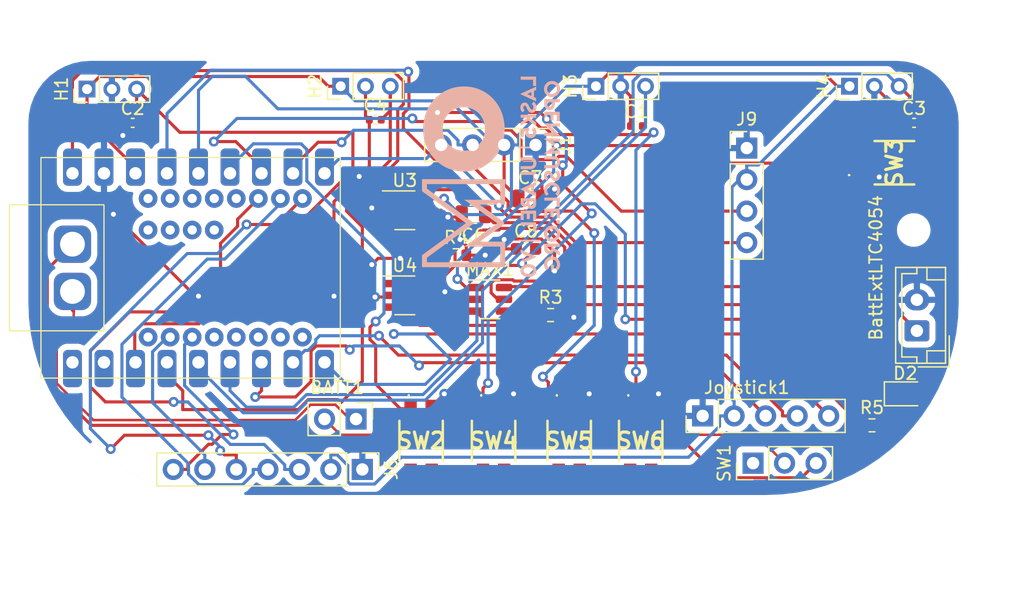
<source format=kicad_pcb>
(kicad_pcb (version 20221018) (generator pcbnew)
  (layers (0 "F.Cu" signal) (31 "B.Cu" signal) (34 "B.Paste" user) (35 "F.Paste" user) (36 "B.SilkS" user "B.Silkscreen") (37 "F.SilkS" user "F.Silkscreen") (38 "B.Mask" user) (39 "F.Mask" user) (44 "Edge.Cuts" user))
  (net 0 "")
  (net 1 "hall_2")
  (net 2 "hall_0")
  (net 3 "hall_3")
  (net 4 "hall_1")
  (net 5 "GND")
  (net 6 "BPACK-")
  (net 7 "+3V3")
  (net 8 "BPACK+")
  (net 9 "SCL")
  (net 10 "SDA")
  (net 11 "GP47")
  (net 12 "GP46")
  (net 13 "JX")
  (net 14 "JY")
  (net 15 "JSW")
  (net 16 "b_start")
  (net 17 "b_left")
  (net 18 "GP14")
  (net 19 "GP15")
  (net 20 "GP16")
  (net 21 "GP33")
  (net 22 "GP34")
  (net 23 "b_right")
  (net 26 "b_select")
  (net 38 "BPACKSW+")
  (net 39 "+3V8")
  (net 40 "+5V")
  (net 41 "Net-(D2-K)")
  (net 42 "Net-(D2-A)")
  (net 43 "RMT-BTN")
  (net 44 "Net-(MAX1-CLEAR)")
  (net 46 "LDO_EN")
  (net 47 "Net-(U4-PROG)")
  (net 49 "Batt+")
  (footprint "Capacitor_SMD:C_0402_1005Metric" (layer "F.Cu") (at 122.964 71.12)
    (fp_text reference "C2")
    (fp_text value "100 nF")
  )
  (footprint "Resistor_SMD:R_0603_1608Metric" (layer "F.Cu") (at 149.035 81.788)
    (fp_text reference "R4")
    (fp_text value "2.7k")
  )
  (footprint "Capacitor_SMD:C_0805_2012Metric" (layer "F.Cu") (at 150.434 78.486 180)
    (fp_text reference "C6")
    (fp_text value "4.7uF")
  )
  (footprint "Package_TO_SOT_SMD:TSOT-23-5" (layer "F.Cu") (at 144.9015 85.024)
    (fp_text reference "U4")
    (fp_text value "LTC4054ES5-4.2" hide)
  )
  (footprint "OpenMuscleDevKit:EVQP2P02M" (layer "F.Cu") (at 152.058 96.739)
    (fp_text reference "SW4")
    (fp_text value "SW_Push" hide)
  )
  (footprint "Connector_PinHeader_2.54mm:PinHeader_1x04_P2.54mm_Vertical" (layer "F.Cu") (at 172.466 73.152)
    (fp_text reference "J9")
    (fp_text value "Conn_01x04")
  )
  (footprint "Connector_PinHeader_2.54mm:PinHeader_1x05_P2.54mm_Vertical" (layer "F.Cu") (at 168.91 94.742 90)
    (fp_text reference "Joystick1")
    (fp_text value "Conn_01x05_Pin" hide)
  )
  (footprint "OpenMuscleDevKit:EVQP2P02M" (layer "F.Cu") (at 184.369 74.334 90)
    (fp_text reference "SW3")
    (fp_text value "SW_Push" hide)
  )
  (footprint "Connector_PinHeader_2.00mm:PinHeader_1x03_P2.00mm_Vertical" (layer "F.Cu") (at 139.732 68.1676 90)
    (fp_text reference "H2")
    (fp_text value "A1369xUA-10" hide)
  )
  (footprint "Capacitor_SMD:C_0603_1608Metric" (layer "F.Cu") (at 154.673 81.28)
    (fp_text reference "C8")
    (fp_text value "2.2 uF")
  )
  (footprint "Package_TO_SOT_SMD:SOT-23-5" (layer "F.Cu") (at 144.9015 78.166)
    (fp_text reference "U3")
    (fp_text value "TPS7A03")
  )
  (footprint "Resistor_SMD:R_0603_1608Metric" (layer "F.Cu") (at 156.655 86.614)
    (fp_text reference "R3")
    (fp_text value "1K")
  )
  (footprint "MountingHole:MountingHole_2.2mm_M2" (layer "F.Cu") (at 130.048 69.088)
    (fp_text reference "H8" hide)
    (fp_text value "MountingHole" hide)
  )
  (footprint "Connector_PinHeader_2.54mm:PinHeader_1x03_P2.54mm_Vertical" (layer "F.Cu") (at 172.974 98.552 90)
    (fp_text reference "SW1")
    (fp_text value "SW_SPDT" hide)
  )
  (footprint "Capacitor_SMD:C_0402_1005Metric" (layer "F.Cu") (at 142.522 70.866)
    (fp_text reference "C4")
    (fp_text value "100 nF")
  )
  (footprint "Capacitor_SMD:C_0402_1005Metric" (layer "F.Cu") (at 185.956 71.12)
    (fp_text reference "C3")
    (fp_text value "100 nF")
  )
  (footprint "Connector_PinHeader_2.00mm:PinHeader_1x03_P2.00mm_Vertical" (layer "F.Cu") (at 180.753 68.1676 90)
    (fp_text reference "H4")
    (fp_text value "A1369xUA-10" hide)
  )
  (footprint "OpenMuscleDevKit:EVQP2P02M" (layer "F.Cu") (at 163.918 96.739)
    (fp_text reference "SW6")
    (fp_text value "SW_Push" hide)
  )
  (footprint "MountingHole:MountingHole_2.2mm_M2" (layer "F.Cu") (at 185.928 79.756)
    (fp_text reference "H7" hide)
    (fp_text value "MountingHole" hide)
  )
  (footprint "Connector_PinHeader_2.54mm:PinHeader_1x07_P2.54mm_Vertical" (layer "F.Cu") (at 141.478 99.06 -90)
    (fp_text reference "J6")
    (fp_text value "Conn_01x07_Pin" hide)
  )
  (footprint "Connector_JST:JST_EH_B2B-EH-A_1x02_P2.50mm_Vertical" (layer "F.Cu") (at 186.182 87.884 90)
    (fp_text reference "BattExtLTC4054")
    (fp_text value "JST_02" hide)
  )
  (footprint "OpenMuscleDevKit:EVQP2P02M" (layer "F.Cu") (at 158.154 96.739)
    (fp_text reference "SW5")
    (fp_text value "SW_Push" hide)
  )
  (footprint "LED_SMD:LED_0805_2012Metric" (layer "F.Cu") (at 185.2445 92.964)
    (fp_text reference "D2")
    (fp_text value "LED GREEN" hide)
  )
  (footprint "Resistor_SMD:R_0603_1608Metric" (layer "F.Cu") (at 182.563 95.504)
    (fp_text reference "R5")
    (fp_text value "150")
  )
  (footprint "Capacitor_SMD:C_0805_2012Metric" (layer "F.Cu") (at 155.006 77.216)
    (fp_text reference "C7")
    (fp_text value "4.7uF")
  )
  (footprint "Capacitor_SMD:C_0402_1005Metric" (layer "F.Cu") (at 163.576 71.374)
    (fp_text reference "C1")
    (fp_text value "100 nF" hide)
  )
  (footprint "OpenMuscleDevKit:ESP32-S3-Super Mini" (layer "F.Cu") (at 118.11 82.804 90)
    (fp_text reference "U1" hide)
    (fp_text value "~" hide)
  )
  (footprint "Connector_PinHeader_2.00mm:PinHeader_1x03_P2.00mm_Vertical" (layer "F.Cu") (at 119.285 68.3986 90)
    (fp_text reference "H1")
    (fp_text value "A1369xUA-10" hide)
  )
  (footprint "Connector_PinHeader_2.00mm:PinHeader_1x03_P2.00mm_Vertical" (layer "F.Cu") (at 160.306 68.1676 90)
    (fp_text reference "H3")
    (fp_text value "A1369xUA-10" hide)
  )
  (footprint "Connector_PinHeader_2.54mm:PinHeader_1x04_P2.54mm_Vertical" (layer "F.Cu") (at 155.448 72.898 -90)
    (fp_text reference "J1")
    (fp_text value "Conn_01x04" hide)
  )
  (footprint "Package_TO_SOT_SMD:SOT-23-6" (layer "F.Cu") (at 151.7595 85.344)
    (fp_text reference "MAX1")
    (fp_text value "~")
  )
  (footprint "OpenMuscleDevKit:EVQP2P02M" (layer "F.Cu") (at 146.216 96.739)
    (fp_text reference "SW2")
    (fp_text value "SW_Push" hide)
  )
  (footprint "Connector_PinHeader_2.54mm:PinHeader_1x02_P2.54mm_Vertical" (layer "F.Cu") (at 140.97 94.996 -90)
    (fp_text reference "BATT1")
    (fp_text value "Conn_01x02_Pin" hide)
  )
  (gr_poly (pts (xy 154.49036 72.241334) (xy 154.49036 71.783998) (xy 154.662442 71.756868) (xy 154.656853 71.765108) (xy 154.651708 71.773557) (xy 154.646993 71.782225) (xy 154.642699 71.791119) (xy 154.638814 71.80025) (xy 154.635326 71.809626) (xy 154.632224 71.819256) (xy 154.629497 71.82915) (xy 154.627134 71.839316) (xy 154.625122 71.849764) (xy 154.623451 71.860502) (xy 154.622109 71.871541) (xy 154.621085 71.882888) (xy 154.620368 71.894553) (xy 154.619946 71.906545) (xy 154.619808 71.918873) (xy 154.620349 71.943574) (xy 154.621957 71.967673) (xy 154.624609 71.991158) (xy 154.628282 72.014016) (xy 154.632952 72.036236) (xy 154.638596 72.057807) (xy 154.645192 72.078715) (xy 154.652715 72.098949) (xy 154.661144 72.118498) (xy 154.670455 72.137348) (xy 154.680624 72.15549) (xy 154.691629 72.172909) (xy 154.703446 72.189595) (xy 154.716052 72.205536) (xy 154.729425 72.220719) (xy 154.743541 72.235133) (xy 154.758376 72.248766) (xy 154.773909 72.261605) (xy 154.790115 72.27364) (xy 154.806971 72.284857) (xy 154.824455 72.295246) (xy 154.842543 72.304794) (xy 154.861212 72.313489) (xy 154.880439 72.32132) (xy 154.900201 72.328274) (xy 154.920474 72.334339) (xy 154.941236 72.339504) (xy 154.962464 72.343757) (xy 154.984134 72.347085) (xy 155.006222 72.349477) (xy 155.028707 72.350921) (xy 155.051565 72.351405) (xy 155.05157 72.351407) (xy 155.077015 72.350812) (xy 155.101891 72.349046) (xy 155.126181 72.346139) (xy 155.149871 72.342118) (xy 155.172944 72.337013) (xy 155.195385 72.330851) (xy 155.217178 72.323661) (xy 155.238307 72.315471) (xy 155.258758 72.306311) (xy 155.278514 72.296208) (xy 155.29756 72.285192) (xy 155.31588 72.273291) (xy 155.333458 72.260533) (xy 155.350279 72.246946) (xy 155.366328 72.23256) (xy 155.381588 72.217403) (xy 155.396045 72.201503) (xy 155.409682 72.184889) (xy 155.422484 72.16759) (xy 155.434435 72.149634) (xy 155.445519 72.131049) (xy 155.455722 72.111864) (xy 155.465027 72.092108) (xy 155.473419 72.071809) (xy 155.480882 72.050995) (xy 155.487401 72.029696) (xy 155.49296 72.007939) (xy 155.497543 71.985754) (xy 155.501134 71.963168) (xy 155.503719 71.940211) (xy 155.505281 71.91691) (xy 155.505806 71.893295) (xy 155.504617 71.857933) (xy 155.501094 71.823141) (xy 155.4953 71.789035) (xy 155.487299 71.755731) (xy 155.477154 71.723344) (xy 155.464929 71.69199) (xy 155.450687 71.661785) (xy 155.434492 71.632846) (xy 155.416408 71.605287) (xy 155.396498 71.579224) (xy 155.374826 71.554774) (xy 155.351455 71.532053) (xy 155.326449 71.511175) (xy 155.299871 71.492257) (xy 155.271786 71.475414) (xy 155.242256 71.460763) (xy 155.162414 71.71036) (xy 155.173039 71.717777) (xy 155.183103 71.725766) (xy 155.192586 71.734301) (xy 155.201474 71.743353) (xy 155.209749 71.752895) (xy 155.217393 71.762901) (xy 155.224391 71.773343) (xy 155.230724 71.784193) (xy 155.236375 71.795425) (xy 155.241329 71.807012) (xy 155.245567 71.818925) (xy 155.249072 71.831138) (xy 155.251829 71.843624) (xy 155.253819 71.856354) (xy 155.255025 71.869303) (xy 155.255329 71.875851) (xy 155.255431 71.882443) (xy 155.254768 71.899338) (xy 155.252744 71.91674) (xy 155.249305 71.934428) (xy 155.244397 71.952182) (xy 155.237968 71.969781) (xy 155.229965 71.987006) (xy 155.225355 71.995409) (xy 155.220333 72.003636) (xy 155.214889 72.011658) (xy 155.209019 72.01945) (xy 155.202715 72.026983) (xy 155.19597 72.034229) (xy 155.188779 72.041161) (xy 155.181133 72.047752) (xy 155.173027 72.053973) (xy 155.164454 72.059799) (xy 155.155408 72.0652) (xy 155.145881 72.070149) (xy 155.135866 72.074619) (xy 155.125358 72.078583) (xy 155.11435 72.082012) (xy 155.102834 72.08488) (xy 155.090805 72.087158) (xy 155.078255 72.08882) (xy 155.065178 72.089837) (xy 155.051567 72.090182) (xy 155.040726 72.089953) (xy 155.030154 72.089271) (xy 155.019855 72.08814) (xy 155.009834 72.086565) (xy 155.000097 72.084551) (xy 154.990648 72.082103) (xy 154.981492 72.079227) (xy 154.972635 72.075926) (xy 154.96408 72.072207) (xy 154.955834 72.068073) (xy 154.947901 72.06353) (xy 154.940286 72.058584) (xy 154.932994 72.053238) (xy 154.92603 72.047498) (xy 154.919399 72.041369) (xy 154.913106 72.034855) (xy 154.907156 72.027963) (xy 154.901554 72.020696) (xy 154.896304 72.01306) (xy 154.891413 72.005059) (xy 154.886884 71.996699) (xy 154.882723 71.987985) (xy 154.878934 71.978921) (xy 154.875524 71.969513) (xy 154.872496 71.959765) (xy 154.869855 71.949683) (xy 154.867608 71.939271) (xy 154.865757 71.928535) (xy 154.86431 71.917479) (xy 154.863269 71.906108) (xy 154.862642 71.894428) (xy 154.862431 71.882443) (xy 154.862822 71.866059) (xy 154.863994 71.849513) (xy 154.865947 71.832878) (xy 154.868681 71.816229) (xy 154.872196 71.799638) (xy 154.876493 71.78318) (xy 154.881571 71.766929) (xy 154.88743 71.750959) (xy 154.89407 71.735343) (xy 154.901491 71.720154) (xy 154.909694 71.705468) (xy 154.918678 71.691357) (xy 154.928443 71.677896) (xy 154.938989 71.665158) (xy 154.950316 71.653217) (xy 154.962425 71.642147) (xy 154.890337 71.50262) (xy 154.240762 71.597187) (xy 154.240762 72.241334)) (fill solid) (layer "B.SilkS"))
  (gr_poly (pts (xy 155.491078 69.394223) (xy 155.491078 69.122146) (xy 155.31667 69.043081) (xy 155.31667 68.543112) (xy 155.491078 68.463272) (xy 155.491078 68.191971) (xy 155.102731 68.37298) (xy 155.102731 68.64078) (xy 155.102731 68.945414) (xy 154.768642 68.793485) (xy 155.102731 68.64078) (xy 155.102731 68.37298) (xy 154.210536 68.788834) (xy 154.210536 68.796585)) (fill solid) (layer "B.SilkS"))
  (gr_poly (pts (xy 157.146468 77.389472) (xy 157.146468 77.891768) (xy 157.146469 77.891767) (xy 157.396065 77.891767) (xy 157.396065 77.138325) (xy 156.14653 77.138325) (xy 156.14653 77.389472)) (fill solid) (layer "B.SilkS"))
  (gr_poly (pts (xy 146.382141 71.793757) (xy 146.394436 71.971589) (xy 146.41471 72.146385) (xy 146.442786 72.317955) (xy 146.478487 72.48611) (xy 146.521635 72.650661) (xy 146.572052 72.811418) (xy 146.629563 72.968192) (xy 146.693988 73.120793) (xy 146.765151 73.269031) (xy 146.842874 73.412718) (xy 146.92698 73.551664) (xy 147.017291 73.685678) (xy 147.11363 73.814573) (xy 147.215819 73.938157) (xy 147.323682 74.056243) (xy 147.43704 74.16864) (xy 147.555717 74.275158) (xy 147.679534 74.375609) (xy 147.808315 74.469803) (xy 147.941882 74.55755) (xy 148.080057 74.638661) (xy 148.222664 74.712947) (xy 148.369524 74.780217) (xy 148.520461 74.840283) (xy 148.675296 74.892955) (xy 148.833853 74.938043) (xy 148.995955 74.975359) (xy 149.161422 75.004712) (xy 149.330079 75.025913) (xy 149.501748 75.038772) (xy 149.676252 75.043101) (xy 149.849324 75.038772) (xy 150.019608 75.025912) (xy 150.186925 75.004708) (xy 150.351098 74.975351) (xy 150.511951 74.938029) (xy 150.669304 74.892929) (xy 150.822981 74.840243) (xy 150.972805 74.780157) (xy 151.118598 74.71286) (xy 151.260183 74.638543) (xy 151.397382 74.557393) (xy 151.530018 74.469598) (xy 151.657913 74.375349) (xy 151.78089 74.274834) (xy 151.898772 74.16824) (xy 152.011381 74.055758) (xy 152.118539 73.937576) (xy 152.22007 73.813883) (xy 152.315796 73.684867) (xy 152.40554 73.550717) (xy 152.489123 73.411622) (xy 152.566369 73.267772) (xy 152.637101 73.119353) (xy 152.70114 72.966556) (xy 152.75831 72.80957) (xy 152.808432 72.648582) (xy 152.851331 72.483782) (xy 152.886827 72.315358) (xy 152.914744 72.143499) (xy 152.934905 71.968395) (xy 152.947131 71.790233) (xy 152.951246 71.609202) (xy 152.947131 71.428535) (xy 152.934905 71.250736) (xy 152.914744 71.075993) (xy 152.886827 70.904493) (xy 152.851331 70.736425) (xy 152.808432 70.571978) (xy 152.75831 70.411338) (xy 152.70114 70.254695) (xy 152.637101 70.102235) (xy 152.56637 69.954149) (xy 152.489123 69.810622) (xy 152.40554 69.671844) (xy 152.315796 69.538002) (xy 152.220071 69.409284) (xy 152.11854 69.28588) (xy 152.011381 69.167976) (xy 151.898772 69.05576) (xy 151.78089 68.949422) (xy 151.657913 68.849148) (xy 151.530018 68.755127) (xy 151.397382 68.667547) (xy 151.260183 68.586596) (xy 151.118599 68.512462) (xy 150.972806 68.445333) (xy 150.822982 68.385397) (xy 150.669304 68.332843) (xy 150.511951 68.287858) (xy 150.351099 68.25063) (xy 150.186926 68.221348) (xy 150.019608 68.200199) (xy 149.849325 68.187372) (xy 149.676252 68.183055) (xy 149.676252 68.183057) (xy 149.664625 68.183345) (xy 149.664625 69.861249) (xy 149.754073 69.863458) (xy 149.842131 69.870022) (xy 149.928704 69.880844) (xy 150.013698 69.895827) (xy 150.097017 69.914876) (xy 150.178566 69.937893) (xy 150.25825 69.964782) (xy 150.335974 69.995446) (xy 150.411643 70.029789) (xy 150.485162 70.067715) (xy 150.556435 70.109126) (xy 150.625367 70.153927) (xy 150.691864 70.202021) (xy 150.755831 70.253311) (xy 150.817171 70.307701) (xy 150.875791 70.365094) (xy 150.931595 70.425394) (xy 150.984488 70.488504) (xy 151.034374 70.554328) (xy 151.08116 70.62277) (xy 151.124749 70.693732) (xy 151.165046 70.767118) (xy 151.201957 70.842832) (xy 151.235387 70.920777) (xy 151.265239 71.000857) (xy 151.29142 71.082975) (xy 151.313834 71.167035) (xy 151.332386 71.25294) (xy 151.346981 71.340593) (xy 151.357523 71.429899) (xy 151.363919 71.52076) (xy 151.366071 71.61308) (xy 151.363919 71.7054) (xy 151.357523 71.796261) (xy 151.346981 71.885567) (xy 151.332386 71.97322) (xy 151.313834 72.059125) (xy 151.29142 72.143185) (xy 151.265239 72.225303) (xy 151.235387 72.305383) (xy 151.201957 72.383328) (xy 151.165046 72.459042) (xy 151.124749 72.532428) (xy 151.08116 72.60339) (xy 151.034375 72.671832) (xy 150.984488 72.737656) (xy 150.931595 72.800766) (xy 150.875792 72.861066) (xy 150.817172 72.918459) (xy 150.755831 72.972849) (xy 150.691865 73.024139) (xy 150.625368 73.072233) (xy 150.556435 73.117034) (xy 150.485162 73.158445) (xy 150.411643 73.196371) (xy 150.335975 73.230714) (xy 150.258251 73.261378) (xy 150.178567 73.288267) (xy 150.097017 73.311284) (xy 150.013698 73.330333) (xy 149.928705 73.345316) (xy 149.842131 73.356138) (xy 149.754073 73.362702) (xy 149.664625 73.364911) (xy 149.574814 73.362702) (xy 149.486393 73.356138) (xy 149.399459 73.345316) (xy 149.314106 73.330333) (xy 149.230431 73.311284) (xy 149.148529 73.288267) (xy 149.068497 73.261378) (xy 148.990429 73.230714) (xy 148.914423 73.196371) (xy 148.840573 73.158445) (xy 148.768976 73.117034) (xy 148.699727 73.072233) (xy 148.632922 73.024139) (xy 148.568657 72.972849) (xy 148.507027 72.918459) (xy 148.44813 72.861066) (xy 148.392059 72.800766) (xy 148.338912 72.737656) (xy 148.288783 72.671832) (xy 148.24177 72.60339) (xy 148.197967 72.532428) (xy 148.15747 72.459042) (xy 148.120375 72.383328) (xy 148.086778 72.305383) (xy 148.056775 72.225303) (xy 148.030462 72.143185) (xy 148.007934 72.059125) (xy 147.989287 71.97322) (xy 147.974617 71.885567) (xy 147.96402 71.796261) (xy 147.957592 71.7054) (xy 147.955427 71.61308) (xy 147.957592 71.52076) (xy 147.96402 71.429899) (xy 147.974617 71.340593) (xy 147.989287 71.25294) (xy 148.007934 71.167035) (xy 148.030462 71.082975) (xy 148.056775 71.000857) (xy 148.086778 70.920777) (xy 148.120375 70.842832) (xy 148.15747 70.767118) (xy 148.197967 70.693732) (xy 148.24177 70.62277) (xy 148.288783 70.554328) (xy 148.338912 70.488504) (xy 148.392059 70.425394) (xy 148.44813 70.365094) (xy 148.507027 70.307701) (xy 148.568657 70.253311) (xy 148.632922 70.202021) (xy 148.699727 70.153927) (xy 148.768976 70.109126) (xy 148.840573 70.067715) (xy 148.914423 70.029789) (xy 148.990429 69.995446) (xy 149.068497 69.964782) (xy 149.148529 69.937893) (xy 149.230431 69.914876) (xy 149.314106 69.895827) (xy 149.399459 69.880844) (xy 149.486393 69.870022) (xy 149.574814 69.863458) (xy 149.664625 69.861249) (xy 149.664625 68.183345) (xy 149.501748 68.187385) (xy 149.330079 68.200245) (xy 149.161422 68.221446) (xy 148.995955 68.250799) (xy 148.833853 68.288114) (xy 148.675296 68.333202) (xy 148.520461 68.385874) (xy 148.369524 68.44594) (xy 148.222664 68.513211) (xy 148.080057 68.587496) (xy 147.941882 68.668607) (xy 147.808315 68.756355) (xy 147.679534 68.850548) (xy 147.555717 68.950999) (xy 147.43704 69.057518) (xy 147.323682 69.169915) (xy 147.215819 69.288) (xy 147.11363 69.411585) (xy 147.017291 69.540479) (xy 146.92698 69.674494) (xy 146.842874 69.81344) (xy 146.765151 69.957126) (xy 146.693988 70.105365) (xy 146.629563 70.257966) (xy 146.572052 70.41474) (xy 146.521635 70.575497) (xy 146.478487 70.740048) (xy 146.442786 70.908203) (xy 146.41471 71.079773) (xy 146.394436 71.254569) (xy 146.382141 71.432401) (xy 146.378004 71.613079)) (fill solid) (layer "B.SilkS"))
  (gr_poly (pts (xy 152.990779 82.752711) (xy 152.990779 80.697021) (xy 150.938642 80.697021) (xy 152.886133 79.315969) (xy 152.886133 79.111007) (xy 152.802675 79.040017) (xy 150.937414 77.714259) (xy 152.990777 77.714259) (xy 152.990777 75.658571) (xy 146.684961 75.658571) (xy 146.684961 76.055443) (xy 152.593903 76.055443) (xy 152.593903 77.317381) (xy 149.694016 77.317381) (xy 152.353091 79.207383) (xy 149.692853 81.093894) (xy 152.593903 81.093894) (xy 152.593903 82.355835) (xy 146.684962 82.355835) (xy 146.684962 81.988478) (xy 150.49726 79.205639) (xy 146.684961 76.4228) (xy 146.684961 76.055443) (xy 146.684961 75.658571) (xy 146.288086 75.658571) (xy 146.288086 76.624467) (xy 149.824175 79.20564) (xy 146.288086 81.786813) (xy 146.288086 82.752711)) (fill solid) (layer "B.SilkS"))
  (gr_poly (pts (xy 154.781818 70.710422) (xy 154.241542 71.061564) (xy 154.241542 71.351469) (xy 154.853132 70.950718) (xy 155.491079 71.395652) (xy 155.491079 71.090245) (xy 155.491078 71.090244) (xy 154.943825 70.710422) (xy 155.491078 70.710422) (xy 155.491078 70.46005) (xy 154.241542 70.46005) (xy 154.241542 70.710422)) (fill solid) (layer "B.SilkS"))
  (gr_poly (pts (xy 155.839894 73.175388) (xy 155.839894 73.025784) (xy 154.057057 73.025784) (xy 154.057057 73.175388)) (fill solid) (layer "B.SilkS"))
  (gr_poly (pts (xy 155.028316 74.145872) (xy 155.040995 74.146184) (xy 155.053445 74.147111) (xy 155.065654 74.148635) (xy 155.077611 74.150737) (xy 155.089304 74.153402) (xy 155.100723 74.156612) (xy 155.111855 74.160349) (xy 155.12269 74.164596) (xy 155.133217 74.169336) (xy 155.143423 74.174552) (xy 155.153297 74.180225) (xy 155.162828 74.18634) (xy 155.172006 74.192878) (xy 155.180817 74.199822) (xy 155.189252 74.207155) (xy 155.197298 74.21486) (xy 155.204945 74.222919) (xy 155.21218 74.231315) (xy 155.218994 74.24003) (xy 155.225373 74.249048) (xy 155.231307 74.258351) (xy 155.236785 74.267921) (xy 155.241795 74.277742) (xy 155.246326 74.287796) (xy 155.250366 74.298066) (xy 155.253905 74.308534) (xy 155.25693 74.319184) (xy 155.259431 74.329997) (xy 155.261396 74.340956) (xy 155.262813 74.352045) (xy 155.263672 74.363246) (xy 155.263961 74.374541) (xy 155.26367 74.38584) (xy 155.262805 74.397054) (xy 155.261377 74.408163) (xy 155.259399 74.419151) (xy 155.256882 74.429999) (xy 155.253839 74.44069) (xy 155.25028 74.451205) (xy 155.246217 74.461527) (xy 155.241663 74.471637) (xy 155.236629 74.481519) (xy 155.231127 74.491153) (xy 155.225169 74.500523) (xy 155.218766 74.50961) (xy 155.21193 74.518396) (xy 155.204673 74.526864) (xy 155.197007 74.534995) (xy 155.188944 74.542773) (xy 155.180495 74.550178) (xy 155.171673 74.557193) (xy 155.162488 74.5638) (xy 155.152953 74.569981) (xy 155.143079 74.575719) (xy 155.132879 74.580995) (xy 155.122363 74.585791) (xy 155.111545 74.59009) (xy 155.100435 74.593874) (xy 155.089045 74.597125) (xy 155.077388 74.599825) (xy 155.065475 74.601956) (xy 155.053317 74.603501) (xy 155.040927 74.60444) (xy 155.028316 74.604758) (xy 154.241542 74.604758) (xy 154.241542 74.857456) (xy 155.02909 74.857456) (xy 155.055385 74.856827) (xy 155.081208 74.854962) (xy 155.106533 74.851891) (xy 155.131338 74.847644) (xy 155.155598 74.842252) (xy 155.17929 74.835745) (xy 155.20239 74.828154) (xy 155.224875 74.81951) (xy 155.24672 74.809842) (xy 155.267903 74.799182) (xy 155.288398 74.78756) (xy 155.308184 74.775007) (xy 155.327235 74.761552) (xy 155.345528 74.747227) (xy 155.36304 74.732062) (xy 155.379747 74.716088) (xy 155.395625 74.699335) (xy 155.41065 74.681833) (xy 155.424799 74.663613) (xy 155.438048 74.644706) (xy 155.450374 74.625142) (xy 155.461752 74.604952) (xy 155.472158 74.584166) (xy 155.48157 74.562815) (xy 155.489964 74.540929) (xy 155.497315 74.518538) (xy 155.5036 74.495674) (xy 155.508796 74.472366) (xy 155.512878 74.448646) (xy 155.515824 74.424544) (xy 155.517608 74.40009) (xy 155.518208 74.375314) (xy 155.517608 74.350539) (xy 155.515824 74.326085) (xy 155.512878 74.301982) (xy 155.508796 74.278262) (xy 155.5036 74.254955) (xy 155.497315 74.232091) (xy 155.489964 74.2097) (xy 155.48157 74.187814) (xy 155.472159 74.166463) (xy 155.461752 74.145677) (xy 155.450374 74.125487) (xy 155.438049 74.105923) (xy 155.4248 74.087016) (xy 155.410651 74.068796) (xy 155.395625 74.051294) (xy 155.379748 74.034541) (xy 155.363041 74.018567) (xy 155.345529 74.003402) (xy 155.327235 73.989077) (xy 155.308184 73.975622) (xy 155.288399 73.963069) (xy 155.267903 73.951447) (xy 155.246721 73.940787) (xy 155.224875 73.93112) (xy 155.202391 73.922475) (xy 155.179291 73.914884) (xy 155.155598 73.908378) (xy 155.131338 73.902986) (xy 155.106534 73.898739) (xy 155.081208 73.895667) (xy 155.055386 73.893802) (xy 155.02909 73.893174) (xy 154.241542 73.893174) (xy 154.241542 74.145872)) (fill solid) (layer "B.SilkS"))
  (gr_poly (pts (xy 156.122088 82.563831) (xy 156.124893 82.594484) (xy 156.129324 82.625212) (xy 156.135339 82.655925) (xy 156.142899 82.686534) (xy 156.151963 82.716948) (xy 156.162489 82.747079) (xy 156.174436 82.776836) (xy 156.187764 82.80613) (xy 156.202432 82.834871) (xy 156.218399 82.862969) (xy 156.235624 82.890334) (xy 156.254066 82.916878) (xy 156.273685 82.94251) (xy 156.294439 82.96714) (xy 156.316288 82.990679) (xy 156.524802 82.851153) (xy 156.50741 82.83268) (xy 156.491 82.813901) (xy 156.475592 82.794835) (xy 156.461204 82.775504) (xy 156.447856 82.755927) (xy 156.435568 82.736126) (xy 156.424359 82.71612) (xy 156.414247 82.69593) (xy 156.405253 82.675577) (xy 156.397395 82.655081) (xy 156.390694 82.634462) (xy 156.385167 82.613741) (xy 156.380835 82.592938) (xy 156.377717 82.572074) (xy 156.375832 82.551169) (xy 156.375199 82.530243) (xy 156.375678 82.512075) (xy 156.377102 82.49393) (xy 156.379453 82.475843) (xy 156.382716 82.457852) (xy 156.386871 82.439992) (xy 156.391902 82.422301) (xy 156.397792 82.404814) (xy 156.404521 82.387568) (xy 156.412074 82.370598) (xy 156.420433 82.353943) (xy 156.42958 82.337636) (xy 156.439498 82.321716) (xy 156.45017 82.306219) (xy 156.461577 82.29118) (xy 156.473703 82.276636) (xy 156.486529 82.262623) (xy 156.50004 82.249178) (xy 156.514216 82.236338) (xy 156.529041 82.224137) (xy 156.544497 82.212614) (xy 156.560567 82.201803) (xy 156.577233 82.191742) (xy 156.594478 82.182467) (xy 156.612285 82.174014) (xy 156.630635 82.166419) (xy 156.649511 82.159719) (xy 156.668897 82.15395) (xy 156.688774 82.149148) (xy 156.709125 82.145351) (xy 156.729933 82.142593) (xy 156.75118 82.140912) (xy 156.772849 82.140343) (xy 156.793079 82.140835) (xy 156.813056 82.1423) (xy 156.832755 82.144721) (xy 156.85215 82.148081) (xy 156.871216 82.152362) (xy 156.889927 82.157547) (xy 156.908257 82.163619) (xy 156.926182 82.170562) (xy 156.943675 82.178357) (xy 156.960712 82.186987) (xy 156.977265 82.196436) (xy 156.993311 82.206686) (xy 157.008823 82.21772) (xy 157.023776 82.229521) (xy 157.038144 82.242072) (xy 157.051901 82.255355) (xy 157.065023 82.269354) (xy 157.077483 82.284051) (xy 157.089257 82.299428) (xy 157.100318 82.31547) (xy 157.110641 82.332158) (xy 157.1202 82.349476) (xy 157.12897 82.367406) (xy 157.136925 82.385931) (xy 157.144041 82.405034) (xy 157.15029 82.424698) (xy 157.155648 82.444905) (xy 157.160089 82.465639) (xy 157.163588 82.486882) (xy 157.166118 82.508618) (xy 157.167656 82.530828) (xy 157.168174 82.553496) (xy 157.16711 82.586317) (xy 157.16395 82.617856) (xy 157.158741 82.648012) (xy 157.151532 82.676684) (xy 157.14237 82.70377) (xy 157.131303 82.729171) (xy 157.12507 82.741207) (xy 157.118378 82.752784) (xy 157.111234 82.763889) (xy 157.103643 82.77451) (xy 157.095612 82.784632) (xy 157.087146 82.794245) (xy 157.078251 82.803336) (xy 157.068934 82.811891) (xy 157.0592 82.819898) (xy 157.049056 82.827345) (xy 157.038506 82.834219) (xy 157.027558 82.840506) (xy 157.016217 82.846196) (xy 157.004489 82.851274) (xy 156.99238 82.855729) (xy 156.979896 82.859548) (xy 156.967043 82.862717) (xy 156.953827 82.865225) (xy 156.940254 82.867059) (xy 156.926329 82.868206) (xy 156.926329 82.54497) (xy 156.69456 82.54497) (xy 156.69456 83.132531) (xy 156.721605 83.135135) (xy 156.734933 83.136196) (xy 156.748142 83.137085) (xy 156.761243 83.137793) (xy 156.774243 83.138309) (xy 156.787153 83.138626) (xy 156.799979 83.138733) (xy 156.836268 83.137947) (xy 156.871587 83.135616) (xy 156.905925 83.131778) (xy 156.939268 83.126473) (xy 156.971605 83.119741) (xy 157.002925 83.111622) (xy 157.033214 83.102154) (xy 157.062462 83.091377) (xy 157.090656 83.07933) (xy 157.117784 83.066054) (xy 157.143835 83.051587) (xy 157.168796 83.035969) (xy 157.192656 83.019239) (xy 157.215403 83.001437) (xy 157.237024 82.982603) (xy 157.257508 82.962775) (xy 157.276843 82.941993) (xy 157.295017 82.920297) (xy 157.312018 82.897726) (xy 157.327835 82.87432) (xy 157.342454 82.850118) (xy 157.355865 82.825159) (xy 157.368055 82.799483) (xy 157.379013 82.77313) (xy 157.388726 82.746139) (xy 157.397182 82.718548) (xy 157.404371 82.690399) (xy 157.410279 82.66173) (xy 157.414895 82.63258) (xy 157.418207 82.60299) (xy 157.420203 82.572998) (xy 157.420871 82.542645) (xy 157.420024 82.508362) (xy 157.41751 82.474578) (xy 157.413372 82.441329) (xy 157.407651 82.408655) (xy 157.400387 82.376595) (xy 157.391623 82.345187) (xy 157.3814 82.314471) (xy 157.369759 82.284485) (xy 157.356743 82.255267) (xy 157.342391 82.226857) (xy 157.326746 82.199293) (xy 157.309849 82.172614) (xy 157.291742 82.146858) (xy 157.272466 82.122065) (xy 157.252062 82.098274) (xy 157.230572 82.075522) (xy 157.208038 82.053849) (xy 157.1845 82.033293) (xy 157.160001 82.013894) (xy 157.134581 81.995689) (xy 157.108283 81.978718) (xy 157.081147 81.96302) (xy 157.053215 81.948633) (xy 157.024529 81.935596) (xy 156.995129 81.923947) (xy 156.965058 81.913726) (xy 156.934357 81.904971) (xy 156.903067 81.897721) (xy 156.871229 81.892014) (xy 156.838886 81.88789) (xy 156.806079 81.885388) (xy 156.772848 81.884545) (xy 156.739538 81.885392) (xy 156.706639 81.887905) (xy 156.674192 81.892044) (xy 156.64224 81.897766) (xy 156.610826 81.905031) (xy 156.579993 81.913797) (xy 156.549781 81.924023) (xy 156.520235 81.935668) (xy 156.491396 81.94869) (xy 156.463307 81.963048) (xy 156.43601 81.978701) (xy 156.409548 81.995607) (xy 156.383963 82.013725) (xy 156.359298 82.033014) (xy 156.335595 82.053433) (xy 156.312896 82.07494) (xy 156.291244 82.097494) (xy 156.270681 82.121053) (xy 156.25125 82.145577) (xy 156.232994 82.171023) (xy 156.215954 82.197352) (xy 156.200173 82.22452) (xy 156.185694 82.252488) (xy 156.172558 82.281214) (xy 156.160809 82.310656) (xy 156.150489 82.340773) (xy 156.14164 82.371524) (xy 156.134305 82.402868) (xy 156.128526 82.434763) (xy 156.124346 82.467168) (xy 156.121806 82.500042) (xy 156.12095 82.533343)) (fill solid) (layer "B.SilkS"))
  (gr_poly (pts (xy 156.121801 80.083079) (xy 156.124328 80.115966) (xy 156.128488 80.148392) (xy 156.134241 80.180315) (xy 156.141543 80.211694) (xy 156.150355 80.242486) (xy 156.160634 80.272651) (xy 156.172339 80.302145) (xy 156.185428 80.330927) (xy 156.19986 80.358956) (xy 156.215592 80.386189) (xy 156.232584 80.412584) (xy 156.250794 80.4381) (xy 156.27018 80.462695) (xy 156.2907 80.486326) (xy 156.312314 80.508952) (xy 156.334979 80.530532) (xy 156.358653 80.551022) (xy 156.383296 80.570383) (xy 156.408866 80.58857) (xy 156.435321 80.605543) (xy 156.462619 80.62126) (xy 156.49072 80.635679) (xy 156.51958 80.648758) (xy 156.54916 80.660454) (xy 156.579416 80.670728) (xy 156.610308 80.679535) (xy 156.641794 80.686835) (xy 156.673833 80.692586) (xy 156.706382 80.696745) (xy 156.739401 80.699272) (xy 156.772847 80.700123) (xy 156.806007 80.699272) (xy 156.838749 80.696745) (xy 156.87103 80.692585) (xy 156.90281 80.686834) (xy 156.934046 80.679532) (xy 156.964697 80.670723) (xy 156.994722 80.660446) (xy 157.024079 80.648746) (xy 157.052726 80.635662) (xy 157.080622 80.621237) (xy 157.107725 80.605512) (xy 157.133994 80.588529) (xy 157.159387 80.570331) (xy 157.183862 80.550958) (xy 157.207378 80.530452) (xy 157.229893 80.508856) (xy 157.251365 80.48621) (xy 157.271754 80.462557) (xy 157.291017 80.437938) (xy 157.309114 80.412395) (xy 157.326001 80.38597) (xy 157.341638 80.358705) (xy 157.355983 80.33064) (xy 157.368995 80.301819) (xy 157.380632 80.272282) (xy 157.390852 80.242071) (xy 157.399614 80.211229) (xy 157.406876 80.179797) (xy 157.412597 80.147816) (xy 157.416734 80.115328) (xy 157.419247 80.082375) (xy 157.420094 80.048999) (xy 157.419247 80.015766) (xy 157.416734 79.982952) (xy 157.412597 79.950599) (xy 157.406876 79.918747) (xy 157.399614 79.88744) (xy 157.390852 79.856718) (xy 157.380632 79.826623) (xy 157.368995 79.797198) (xy 157.355984 79.768483) (xy 157.341638 79.740521) (xy 157.326001 79.713353) (xy 157.309114 79.687021) (xy 157.291018 79.661567) (xy 157.271754 79.637032) (xy 157.251366 79.613458) (xy 157.229893 79.590887) (xy 157.207378 79.569361) (xy 157.183862 79.548922) (xy 157.159387 79.52961) (xy 157.133994 79.511468) (xy 157.107726 79.494538) (xy 157.080623 79.478861) (xy 157.052727 79.464479) (xy 157.02408 79.451434) (xy 156.994723 79.439767) (xy 156.964698 79.42952) (xy 156.934046 79.420736) (xy 156.90281 79.413454) (xy 156.87103 79.407719) (xy 156.838749 79.40357) (xy 156.806007 79.40105) (xy 156.772847 79.400201) (xy 156.771297 79.400241) (xy 156.771297 79.653675) (xy 156.791525 79.65419) (xy 156.811495 79.655721) (xy 156.831184 79.658242) (xy 156.850564 79.661727) (xy 156.869613 79.666152) (xy 156.888303 79.671492) (xy 156.90661 79.677721) (xy 156.924509 79.684814) (xy 156.941974 79.692746) (xy 156.95898 79.701492) (xy 156.975501 79.711027) (xy 156.991514 79.721326) (xy 157.006991 79.732363) (xy 157.021908 79.744114) (xy 157.03624 79.756553) (xy 157.049962 79.769656) (xy 157.063047 79.783396) (xy 157.075471 79.79775) (xy 157.087209 79.812692) (xy 157.098236 79.828196) (xy 157.108525 79.844238) (xy 157.118053 79.860792) (xy 157.126792 79.877834) (xy 157.134719 79.895338) (xy 157.141809 79.91328) (xy 157.148034 79.931633) (xy 157.153372 79.950373) (xy 157.157795 79.969476) (xy 157.16128 79.988914) (xy 157.1638 80.008665) (xy 157.165331 80.028701) (xy 157.165847 80.048999) (xy 157.165331 80.06937) (xy 157.1638 80.089479) (xy 157.16128 80.109301) (xy 157.157795 80.128812) (xy 157.153372 80.147985) (xy 157.148034 80.166796) (xy 157.141809 80.185219) (xy 157.13472 80.203229) (xy 157.126792 80.220801) (xy 157.118053 80.237909) (xy 157.108525 80.254528) (xy 157.098236 80.270633) (xy 157.08721 80.286199) (xy 157.075472 80.3012) (xy 157.063047 80.315612) (xy 157.049962 80.329408) (xy 157.036241 80.342564) (xy 157.021909 80.355054) (xy 157.006991 80.366853) (xy 156.991514 80.377936) (xy 156.975502 80.388278) (xy 156.95898 80.397853) (xy 156.941974 80.406636) (xy 156.924509 80.414601) (xy 156.906611 80.421724) (xy 156.888303 80.42798) (xy 156.869613 80.433342) (xy 156.850565 80.437786) (xy 156.831184 80.441287) (xy 156.811495 80.443818) (xy 156.791525 80.445356) (xy 156.771297 80.445874) (xy 156.750927 80.445356) (xy 156.730817 80.443818) (xy 156.710995 80.441287) (xy 156.691484 80.437786) (xy 156.672311 80.433342) (xy 156.6535 80.42798) (xy 156.635077 80.421724) (xy 156.617067 80.414601) (xy 156.599495 80.406636) (xy 156.582387 80.397853) (xy 156.565768 80.388278) (xy 156.549663 80.377936) (xy 156.534097 80.366853) (xy 156.519095 80.355054) (xy 156.504684 80.342564) (xy 156.490888 80.329408) (xy 156.477732 80.315612) (xy 156.465242 80.3012) (xy 156.453442 80.286199) (xy 156.442359 80.270633) (xy 156.432018 80.254528) (xy 156.422443 80.237909) (xy 156.41366 80.220801) (xy 156.405694 80.203229) (xy 156.398571 80.185219) (xy 156.392316 80.166796) (xy 156.386953 80.147985) (xy 156.382509 80.128812) (xy 156.379009 80.109301) (xy 156.376477 80.089479) (xy 156.37494 80.06937) (xy 156.374422 80.048999) (xy 156.37494 80.028701) (xy 156.376477 80.008665) (xy 156.379009 79.988914) (xy 156.382509 79.969476) (xy 156.386953 79.950374) (xy 156.392316 79.931634) (xy 156.398571 79.91328) (xy 156.405694 79.895339) (xy 156.41366 79.877835) (xy 156.422443 79.860793) (xy 156.432018 79.844238) (xy 156.442359 79.828196) (xy 156.453442 79.812692) (xy 156.465242 79.79775) (xy 156.477732 79.783397) (xy 156.490888 79.769656) (xy 156.504684 79.756554) (xy 156.519095 79.744114) (xy 156.534097 79.732363) (xy 156.549663 79.721326) (xy 156.565768 79.711027) (xy 156.582387 79.701492) (xy 156.599495 79.692746) (xy 156.617067 79.684814) (xy 156.635077 79.677721) (xy 156.6535 79.671492) (xy 156.672311 79.666152) (xy 156.691484 79.661727) (xy 156.710995 79.658242) (xy 156.730817 79.655721) (xy 156.750927 79.65419) (xy 156.771297 79.653675) (xy 156.771297 79.400241) (xy 156.739401 79.40105) (xy 156.706382 79.40357) (xy 156.673833 79.407719) (xy 156.641794 79.413456) (xy 156.610308 79.420738) (xy 156.579416 79.429525) (xy 156.54916 79.439775) (xy 156.51958 79.451446) (xy 156.49072 79.464496) (xy 156.462619 79.478884) (xy 156.435321 79.494569) (xy 156.408866 79.511509) (xy 156.383296 79.529662) (xy 156.358653 79.548986) (xy 156.334979 79.569441) (xy 156.312314 79.590984) (xy 156.2907 79.613574) (xy 156.27018 79.637169) (xy 156.250794 79.661728) (xy 156.232584 79.687209) (xy 156.215592 79.713571) (xy 156.19986 79.740772) (xy 156.185428 79.76877) (xy 156.172339 79.797524) (xy 156.160634 79.826992) (xy 156.150355 79.857133) (xy 156.141543 79.887905) (xy 156.134241 79.919266) (xy 156.128488 79.951175) (xy 156.124328 79.98359) (xy 156.121801 80.01647) (xy 156.12095 80.049774)) (fill solid) (layer "B.SilkS"))
  (gr_poly (pts (xy 156.933305 74.067193) (xy 156.945984 74.067506) (xy 156.958433 74.068433) (xy 156.970642 74.069956) (xy 156.982599 74.072059) (xy 156.994293 74.074724) (xy 157.005711 74.077934) (xy 157.016844 74.081671) (xy 157.027679 74.085918) (xy 157.038205 74.090658) (xy 157.048411 74.095873) (xy 157.058285 74.101547) (xy 157.067817 74.107662) (xy 157.076994 74.1142) (xy 157.085806 74.121144) (xy 157.09424 74.128477) (xy 157.102286 74.136182) (xy 157.109933 74.14424) (xy 157.117169 74.152636) (xy 157.123982 74.161352) (xy 157.130361 74.17037) (xy 157.136296 74.179673) (xy 157.141773 74.189243) (xy 157.146783 74.199064) (xy 157.151314 74.209118) (xy 157.155355 74.219388) (xy 157.158893 74.229856) (xy 157.161918 74.240505) (xy 157.164419 74.251319) (xy 157.166384 74.262278) (xy 157.167801 74.273367) (xy 157.16866 74.284567) (xy 157.168949 74.295863) (xy 157.168658 74.307162) (xy 157.167793 74.318376) (xy 157.166365 74.329485) (xy 157.164387 74.340473) (xy 157.161871 74.351321) (xy 157.158827 74.362012) (xy 157.155268 74.372527) (xy 157.151205 74.382849) (xy 157.146651 74.39296) (xy 157.141617 74.402841) (xy 157.136115 74.412476) (xy 157.130157 74.421845) (xy 157.123754 74.430932) (xy 157.116918 74.439719) (xy 157.109662 74.448187) (xy 157.101996 74.456318) (xy 157.093932 74.464095) (xy 157.085484 74.4715) (xy 157.076661 74.478515) (xy 157.067476 74.485122) (xy 157.057941 74.491304) (xy 157.048067 74.497041) (xy 157.037867 74.502317) (xy 157.027352 74.507114) (xy 157.016533 74.511413) (xy 157.005423 74.515197) (xy 156.994034 74.518448) (xy 156.982376 74.521148) (xy 156.970463 74.523279) (xy 156.958306 74.524824) (xy 156.945915 74.525763) (xy 156.933305 74.526081) (xy 156.14653 74.526081) (xy 156.14653 74.778778) (xy 156.934077 74.778778) (xy 156.960373 74.77815) (xy 156.986195 74.776285) (xy 157.011521 74.773213) (xy 157.036325 74.768966) (xy 157.060585 74.763574) (xy 157.084277 74.757068) (xy 157.107378 74.749477) (xy 157.129862 74.740832) (xy 157.151708 74.731165) (xy 157.17289 74.720505) (xy 157.193386 74.708883) (xy 157.213171 74.696329) (xy 157.232222 74.682875) (xy 157.250516 74.66855) (xy 157.268028 74.653385) (xy 157.284735 74.63741) (xy 157.300612 74.620657) (xy 157.315638 74.603155) (xy 157.329787 74.584936) (xy 157.343036 74.566029) (xy 157.355361 74.546465) (xy 157.366739 74.526275) (xy 157.377146 74.505489) (xy 157.386558 74.484137) (xy 157.394951 74.462251) (xy 157.402302 74.439861) (xy 157.408588 74.416996) (xy 157.413783 74.393689) (xy 157.417866 74.369969) (xy 157.420811 74.345866) (xy 157.422595 74.321412) (xy 157.423196 74.296637) (xy 157.422596 74.271862) (xy 157.420811 74.247408) (xy 157.417866 74.223305) (xy 157.413783 74.199585) (xy 157.408588 74.176278) (xy 157.402302 74.153413) (xy 157.394951 74.131023) (xy 157.386558 74.109137) (xy 157.377146 74.087786) (xy 157.366739 74.067) (xy 157.355361 74.046809) (xy 157.343036 74.027245) (xy 157.329787 74.008338) (xy 157.315638 73.990119) (xy 157.300613 73.972617) (xy 157.284735 73.955864) (xy 157.268028 73.939889) (xy 157.250517 73.924724) (xy 157.232223 73.910399) (xy 157.213172 73.896945) (xy 157.193387 73.884391) (xy 157.172891 73.872769) (xy 157.151708 73.862109) (xy 157.129863 73.852442) (xy 157.107378 73.843798) (xy 157.084278 73.836207) (xy 157.060586 73.8297) (xy 157.036326 73.824308) (xy 157.011521 73.820061) (xy 156.986196 73.81699) (xy 156.960373 73.815124) (xy 156.934077 73.814496) (xy 156.934077 73.814495) (xy 156.14653 73.814495) (xy 156.14653 74.067193)) (fill solid) (layer "B.SilkS"))
  (gr_poly (pts (xy 156.799981 83.138733) (xy 156.799979 83.138733) (xy 156.799978 83.138733)) (fill solid) (layer "B.SilkS"))
  (gr_poly (pts (xy 156.843385 71.915386) (xy 156.143427 71.915386) (xy 156.143427 72.16731) (xy 157.419318 72.16731) (xy 157.419318 72.155682) (xy 156.697656 71.413867) (xy 157.397615 71.413867) (xy 157.397615 71.16272) (xy 156.123275 71.16272) (xy 156.123275 71.175122)) (fill solid) (layer "B.SilkS"))
  (gr_poly (pts (xy 155.275587 69.415153) (xy 155.275588 69.415152) (xy 155.275585 69.415152)) (fill solid) (layer "B.SilkS"))
  (gr_poly (pts (xy 156.941053 72.996716) (xy 156.115523 73.594355) (xy 156.115523 73.608307) (xy 157.396065 73.608307) (xy 157.396065 73.357159) (xy 156.851912 73.357159) (xy 157.375136 72.997491) (xy 157.375136 72.995941) (xy 156.851912 72.635497) (xy 157.396065 72.635497) (xy 157.396065 72.38435) (xy 156.115523 72.38435) (xy 156.115523 72.398302)) (fill solid) (layer "B.SilkS"))
  (gr_poly (pts (xy 156.393801 78.786286) (xy 156.393801 78.28399) (xy 156.637972 78.28399) (xy 156.637972 78.714972) (xy 156.888344 78.714972) (xy 156.888344 78.28399) (xy 157.146468 78.28399) (xy 157.146468 78.786286) (xy 157.396065 78.786286) (xy 157.396065 78.032844) (xy 156.146529 78.032844) (xy 156.146529 78.786286)) (fill solid) (layer "B.SilkS"))
  (gr_poly (pts (xy 154.242013 77.554579) (xy 154.24341 77.574641) (xy 154.245703 77.594209) (xy 154.248864 77.613271) (xy 154.252863 77.631816) (xy 154.257672 77.649834) (xy 154.263262 77.667313) (xy 154.269603 77.684242) (xy 154.276669 77.70061) (xy 154.284428 77.716406) (xy 154.292854 77.73162) (xy 154.301916 77.746239) (xy 154.311586 77.760252) (xy 154.321836 77.77365) (xy 154.332635 77.78642) (xy 154.343957 77.798552) (xy 154.355771 77.810034) (xy 154.36805 77.820856) (xy 154.380763 77.831006) (xy 154.393883 77.840473) (xy 154.40738 77.849247) (xy 154.421226 77.857316) (xy 154.435392 77.864668) (xy 154.449849 77.871294) (xy 154.464569 77.877182) (xy 154.479522 77.882321) (xy 154.494679 77.886699) (xy 154.510013 77.890307) (xy 154.525493 77.893131) (xy 154.541092 77.895163) (xy 154.55678 77.89639) (xy 154.572529 77.896801) (xy 154.584807 77.896549) (xy 154.596783 77.89581) (xy 154.608453 77.894611) (xy 154.619811 77.892979) (xy 154.63085 77.890939) (xy 154.641564 77.888519) (xy 154.661997 77.882643) (xy 154.681063 77.875564) (xy 154.698715 77.867493) (xy 154.714907 77.858643) (xy 154.729592 77.849227) (xy 154.742724 77.839457) (xy 154.754256 77.829544) (xy 154.764142 77.819702) (xy 154.772334 77.810143) (xy 154.778787 77.801079) (xy 154.783454 77.792722) (xy 154.786289 77.785286) (xy 154.787244 77.778981) (xy 154.787606 77.790343) (xy 154.788685 77.801879) (xy 154.790475 77.813555) (xy 154.792965 77.825334) (xy 154.796147 77.837181) (xy 154.800013 77.849062) (xy 154.804553 77.860942) (xy 154.809759 77.872786) (xy 154.815623 77.884557) (xy 154.822136 77.896223) (xy 154.829288 77.907746) (xy 154.837073 77.919093) (xy 154.845479 77.930228) (xy 154.854501 77.941116) (xy 154.864127 77.951723) (xy 154.874351 77.962012) (xy 154.885162 77.97195) (xy 154.896553 77.9815) (xy 154.908515 77.990628) (xy 154.92104 77.9993) (xy 154.934117 78.007478) (xy 154.94774 78.01513) (xy 154.961899 78.022219) (xy 154.976585 78.028711) (xy 154.99179 78.034571) (xy 155.007506 78.039763) (xy 155.023723 78.044252) (xy 155.040433 78.048004) (xy 155.057628 78.050983) (xy 155.075298 78.053154) (xy 155.093435 78.054482) (xy 155.11203 78.054933) (xy 155.112031 78.054934) (xy 155.12935 78.054546) (xy 155.14669 78.053383) (xy 155.164014 78.051445) (xy 155.181285 78.048736) (xy 155.198466 78.045255) (xy 155.215518 78.041005) (xy 155.232404 78.035987) (xy 155.249087 78.030202) (xy 155.265529 78.023652) (xy 155.281693 78.016337) (xy 155.297541 78.008261) (xy 155.313036 77.999423) (xy 155.328141 77.989826) (xy 155.342817 77.97947) (xy 155.357028 77.968358) (xy 155.370736 77.95649) (xy 155.383903 77.943868) (xy 155.396493 77.930494) (xy 155.408467 77.916369) (xy 155.419788 77.901494) (xy 155.430419 77.885871) (xy 155.440322 77.8695) (xy 155.44946 77.852385) (xy 155.457794 77.834525) (xy 155.465289 77.815923) (xy 155.471906 77.79658) (xy 155.477608 77.776496) (xy 155.482357 77.755675) (xy 155.486116 77.734116) (xy 155.488847 77.711822) (xy 155.490513 77.688794) (xy 155.491077 77.665034) (xy 155.491077 77.19297) (xy 154.950025 77.19297) (xy 154.950025 77.443344) (xy 155.246132 77.443344) (xy 155.246132 77.641781) (xy 155.245481 77.657083) (xy 155.243546 77.672377) (xy 155.240347 77.687527) (xy 155.235909 77.7024) (xy 155.230254 77.716859) (xy 155.223404 77.73077) (xy 155.219538 77.737477) (xy 155.215382 77.743997) (xy 155.210939 77.750312) (xy 155.206211 77.756405) (xy 155.201202 77.76226) (xy 155.195914 77.76786) (xy 155.19035 77.773188) (xy 155.184513 77.778226) (xy 155.178406 77.782958) (xy 155.172031 77.787368) (xy 155.165392 77.791438) (xy 155.158491 77.795151) (xy 155.151331 77.79849) (xy 155.143915 77.801439) (xy 155.136246 77.803981) (xy 155.128327 77.806098) (xy 155.12016 77.807774) (xy 155.111749 77.808993) (xy 155.103095 77.809736) (xy 155.094203 77.809987) (xy 155.094203 77.809988) (xy 155.087447 77.809842) (xy 155.080704 77.809402) (xy 155.073987 77.808664) (xy 155.06731 77.807624) (xy 155.060686 77.806278) (xy 155.054128 77.804623) (xy 155.047649 77.802656) (xy 155.041263 77.800372) (xy 155.034982 77.797768) (xy 155.02882 77.794839) (xy 155.02279 77.791584) (xy 155.016905 77.787997) (xy 155.011178 77.784075) (xy 155.005623 77.779814) (xy 155.000253 77.775211) (xy 154.995081 77.770262) (xy 154.99012 77.764963) (xy 154.985383 77.759311) (xy 154.980885 77.753302) (xy 154.976636 77.746932) (xy 154.972652 77.740197) (xy 154.968945 77.733095) (xy 154.965529 77.72562) (xy 154.962416 77.71777) (xy 154.959619 77.709541) (xy 154.957153 77.700928) (xy 154.95503 77.691929) (xy 154.953264 77.68254) (xy 154.951867 77.672757) (xy 154.950853 77.662576) (xy 154.950234 77.651993) (xy 154.950025 77.641006) (xy 154.950025 77.443344) (xy 154.950025 77.19297) (xy 154.485713 77.19297) (xy 154.485713 77.443344) (xy 154.729884 77.443344) (xy 154.729884 77.544888) (xy 154.729735 77.550477) (xy 154.729292 77.556047) (xy 154.728559 77.561587) (xy 154.727543 77.567087) (xy 154.726249 77.572537) (xy 154.724682 77.577925) (xy 154.722848 77.583242) (xy 154.720752 77.588478) (xy 154.718399 77.593622) (xy 154.715795 77.598663) (xy 154.712945 77.603591) (xy 154.709854 77.608397) (xy 154.706529 77.613069) (xy 154.702974 77.617597) (xy 154.699194 77.621972) (xy 154.695196 77.626181) (xy 154.690984 77.630216) (xy 154.686565 77.634066) (xy 154.681942 77.63772) (xy 154.677122 77.641168) (xy 154.672111 77.6444) (xy 154.666913 77.647405) (xy 154.661533 77.650173) (xy 154.655978 77.652693) (xy 154.650253 77.654956) (xy 154.644363 77.656951) (xy 154.638313 77.658668) (xy 154.632109 77.660095) (xy 154.625757 77.661223) (xy 154.619261 77.662042) (xy 154.612627 77.662541) (xy 154.60586 77.66271) (xy 154.59931 77.66255) (xy 154.592887 77.662077) (xy 154.586597 77.661301) (xy 154.580446 77.660231) (xy 154.574438 77.658877) (xy 154.568579 77.657247) (xy 154.562874 77.655353) (xy 154.557329 77.653202) (xy 154.551948 77.650805) (xy 154.546738 77.648171) (xy 154.541702 77.645309) (xy 154.536847 77.64223) (xy 154.532177 77.638942) (xy 154.527698 77.635456) (xy 154.523416 77.63178) (xy 154.519335 77.627924) (xy 154.51546 77.623899) (xy 154.511798 77.619712) (xy 154.508352 77.615374) (xy 154.505129 77.610894) (xy 154.502134 77.606282) (xy 154.499371 77.601547) (xy 154.496847 77.596699) (xy 154.494566 77.591747) (xy 154.492534 77.586701) (xy 154.490756 77.58157) (xy 154.489237 77.576364) (xy 154.487982 77.571092) (xy 154.486997 77.565764) (xy 154.486287 77.560389) (xy 154.485857 77.554978) (xy 154.485713 77.549538) (xy 154.485713 77.443344) (xy 154.485713 77.19297) (xy 154.241541 77.19297) (xy 154.241541 77.534033)) (fill solid) (layer "B.SilkS"))
  (gr_poly (pts (xy 156.121001 75.428961) (xy 156.123498 75.459806) (xy 156.127678 75.4898) (xy 156.133556 75.518861) (xy 156.141145 75.54691) (xy 156.150462 75.573865) (xy 156.161521 75.599646) (xy 156.174336 75.624172) (xy 156.188922 75.647363) (xy 156.205295 75.669138) (xy 156.223468 75.689417) (xy 156.243457 75.708118) (xy 156.265276 75.725162) (xy 156.276877 75.733037) (xy 156.288941 75.740467) (xy 156.30147 75.747442) (xy 156.314465 75.753953) (xy 156.32793 75.759989) (xy 156.341864 75.76554) (xy 156.471315 75.58028) (xy 156.464468 75.57669) (xy 156.457877 75.572904) (xy 156.45154 75.568926) (xy 156.445454 75.564765) (xy 156.439616 75.560426) (xy 156.434025 75.555917) (xy 156.428677 75.551244) (xy 156.423571 75.546415) (xy 156.418703 75.541436) (xy 156.41407 75.536314) (xy 156.409671 75.531056) (xy 156.405503 75.525668) (xy 156.401563 75.520157) (xy 156.397849 75.514531) (xy 156.394358 75.508796) (xy 156.391087 75.502958) (xy 156.388034 75.497026) (xy 156.385197 75.491004) (xy 156.382573 75.484901) (xy 156.380159 75.478723) (xy 156.375952 75.466169) (xy 156.372556 75.453397) (xy 156.36995 75.440462) (xy 156.368114 75.427418) (xy 156.367027 75.414319) (xy 156.366669 75.40122) (xy 156.367295 75.383927) (xy 156.369127 75.367263) (xy 156.372101 75.351297) (xy 156.376153 75.336096) (xy 156.381218 75.321725) (xy 156.38723 75.308252) (xy 156.394127 75.295745) (xy 156.401842 75.28427) (xy 156.41031 75.273894) (xy 156.414807 75.269139) (xy 156.419468 75.264684) (xy 156.424286 75.260537) (xy 156.429251 75.256707) (xy 156.434356 75.253202) (xy 156.439593 75.25003) (xy 156.444954 75.2472) (xy 156.450431 75.24472) (xy 156.456015 75.242599) (xy 156.461698 75.240845) (xy 156.467473 75.239465) (xy 156.473331 75.23847) (xy 156.479265 75.237867) (xy 156.485266 75.237664) (xy 156.492102 75.237939) (xy 156.498668 75.238761) (xy 156.504982 75.240119) (xy 156.511059 75.242007) (xy 156.516916 75.244416) (xy 156.522571 75.247336) (xy 156.528039 75.250761) (xy 156.533337 75.254681) (xy 156.538481 75.259088) (xy 156.54349 75.263974) (xy 156.548377 75.26933) (xy 156.553162 75.275148) (xy 156.55786 75.28142) (xy 156.562487 75.288137) (xy 156.567061 75.295291) (xy 156.571597 75.302873) (xy 156.576114 75.310876) (xy 156.580626 75.31929) (xy 156.589706 75.33732) (xy 156.598969 75.356897) (xy 156.60855 75.377953) (xy 156.629192 75.424237) (xy 156.64052 75.44933) (xy 156.652696 75.475634) (xy 156.671119 75.513527) (xy 156.68984 75.549544) (xy 156.708974 75.583605) (xy 156.728637 75.615633) (xy 156.748945 75.645548) (xy 156.770013 75.673273) (xy 156.791958 75.69873) (xy 156.814896 75.72184) (xy 156.838942 75.742524) (xy 156.851417 75.751932) (xy 156.864212 75.760705) (xy 156.877342 75.768832) (xy 156.890821 75.776303) (xy 156.904665 75.78311) (xy 156.918887 75.789241) (xy 156.933501 75.794688) (xy 156.948524 75.799441) (xy 156.963967 75.803489) (xy 156.979848 75.806823) (xy 156.996179 75.809433) (xy 157.012975 75.81131) (xy 157.030251 75.812443) (xy 157.048021 75.812823) (xy 157.069141 75.812281) (xy 157.089764 75.810668) (xy 157.109878 75.808004) (xy 157.129472 75.804307) (xy 157.148535 75.799596) (xy 157.167054 75.793892) (xy 157.18502 75.787212) (xy 157.202421 75.779576) (xy 157.219244 75.771004) (xy 157.235479 75.761514) (xy 157.251115 75.751125) (xy 157.26614 75.739858) (xy 157.280543 75.72773) (xy 157.294312 75.714761) (xy 157.307436 75.70097) (xy 157.319904 75.686377) (xy 157.331704 75.671) (xy 157.342825 75.654859) (xy 157.353256 75.637973) (xy 157.362985 75.620361) (xy 157.372001 75.602042) (xy 157.380293 75.583035) (xy 157.387848 75.56336) (xy 157.394657 75.543036) (xy 157.400707 75.522081) (xy 157.405988 75.500515) (xy 157.410487 75.478358) (xy 157.414193 75.455628) (xy 157.417096 75.432344) (xy 157.419183 75.408526) (xy 157.420444 75.384192) (xy 157.420867 75.359363) (xy 157.419871 75.321623) (xy 157.4169 75.285158) (xy 157.411976 75.249986) (xy 157.405122 75.21613) (xy 157.39636 75.183609) (xy 157.385713 75.152444) (xy 157.373204 75.122655) (xy 157.358855 75.094263) (xy 157.34269 75.067287) (xy 157.32473 75.041749) (xy 157.305 75.017669) (xy 157.28352 74.995068) (xy 157.260315 74.973965) (xy 157.235407 74.954381) (xy 157.208818 74.936337) (xy 157.180574 74.919855) (xy 157.039497 75.120617) (xy 157.047641 75.12585) (xy 157.055505 75.131228) (xy 157.063089 75.136753) (xy 157.070397 75.142425) (xy 157.077429 75.148244) (xy 157.084186 75.154212) (xy 157.09067 75.160328) (xy 157.096882 75.166594) (xy 157.102824 75.173009) (xy 157.108498 75.179575) (xy 157.113904 75.186292) (xy 157.119044 75.193161) (xy 157.123919 75.200182) (xy 157.128531 75.207355) (xy 157.132882 75.214682) (xy 157.136972 75.222162) (xy 157.140803 75.229797) (xy 157.144377 75.237587) (xy 157.147695 75.245533) (xy 157.150758 75.253634) (xy 157.153568 75.261893) (xy 157.156126 75.270308) (xy 157.158434 75.278881) (xy 157.160493 75.287613) (xy 157.162304 75.296504) (xy 157.163869 75.305554) (xy 157.166267 75.324136) (xy 157.167697 75.343362) (xy 157.168172 75.363238) (xy 157.167616 75.384865) (xy 157.165976 75.405525) (xy 157.163297 75.425159) (xy 157.159621 75.443707) (xy 157.154991 75.461111) (xy 157.14945 75.477311) (xy 157.143042 75.492248) (xy 157.135809 75.505864) (xy 157.127795 75.518099) (xy 157.119044 75.528895) (xy 157.109597 75.538191) (xy 157.104627 75.542259) (xy 157.099499 75.54593) (xy 157.094218 75.549196) (xy 157.088792 75.552052) (xy 157.083223 75.554488) (xy 157.077519 75.556497) (xy 157.071684 75.558073) (xy 157.065724 75.559208) (xy 157.059645 75.559894) (xy 157.05345 75.560125) (xy 157.044932 75.559692) (xy 157.036524 75.558413) (xy 157.028226 75.556319) (xy 157.020034 75.553441) (xy 157.011947 75.549809) (xy 157.003962 75.545455) (xy 156.996077 75.540409) (xy 156.988289 75.534702) (xy 156.980597 75.528365) (xy 156.972998 75.521429) (xy 156.96549 75.513924) (xy 156.958071 75.505881) (xy 156.950737 75.497332) (xy 156.943488 75.488306) (xy 156.929233 75.468948) (xy 156.915286 75.448056) (xy 156.90163 75.425875) (xy 156.888247 75.402651) (xy 156.875118 75.378632) (xy 156.862225 75.354063) (xy 156.84955 75.329191) (xy 156.824781 75.279522) (xy 156.798067 75.226584) (xy 156.784042 75.20024) (xy 156.769346 75.174309) (xy 156.75381 75.149036) (xy 156.737264 75.124667) (xy 156.719539 75.101451) (xy 156.700467 75.079632) (xy 156.690372 75.069323) (xy 156.679877 75.059457) (xy 156.668961 75.050063) (xy 156.657602 75.041173) (xy 156.645779 75.032816) (xy 156.633471 75.025025) (xy 156.620657 75.01783) (xy 156.607316 75.011261) (xy 156.593426 75.00535) (xy 156.578967 75.000127) (xy 156.563917 74.995623) (xy 156.548255 74.991869) (xy 156.53196 74.988895) (xy 156.515011 74.986733) (xy 156.497387 74.985413) (xy 156.479066 74.984967) (xy 156.459009 74.985498) (xy 156.439395 74.987077) (xy 156.420239 74.989678) (xy 156.401552 74.993275) (xy 156.383347 74.997845) (xy 156.365637 75.003361) (xy 156.348434 75.0098) (xy 156.331751 75.017135) (xy 156.315601 75.025343) (xy 156.299995 75.034397) (xy 156.284948 75.044274) (xy 156.270471 75.054948) (xy 156.256576 75.066394) (xy 156.243278 75.078587) (xy 156.230588 75.091502) (xy 156.218519 75.105115) (xy 156.207084 75.119399) (xy 156.196294 75.134331) (xy 156.186164 75.149885) (xy 156.176705 75.166036) (xy 156.16793 75.18276) (xy 156.159852 75.200031) (xy 156.152484 75.217824) (xy 156.145837 75.236114) (xy 156.139925 75.254877) (xy 156.13476 75.274088) (xy 156.130355 75.29372) (xy 156.126723 75.31375) (xy 156.123876 75.334153) (xy 156.121827 75.354903) (xy 156.120588 75.375975) (xy 156.120172 75.397345)) (fill solid) (layer "B.SilkS"))
  (gr_poly (pts (xy 156.147052 81.292376) (xy 156.148603 81.31385) (xy 156.15116 81.335023) (xy 156.154695 81.35587) (xy 156.159186 81.376361) (xy 156.164607 81.396471) (xy 156.170933 81.41617) (xy 156.17814 81.435433) (xy 156.186204 81.454231) (xy 156.195099 81.472538) (xy 156.2048 81.490325) (xy 156.215284 81.507566) (xy 156.226525 81.524232) (xy 156.238499 81.540298) (xy 156.25118 81.555734) (xy 156.264545 81.570514) (xy 156.278569 81.584611) (xy 156.293226 81.597997) (xy 156.308492 81.610645) (xy 156.324343 81.622527) (xy 156.340754 81.633615) (xy 156.3577 81.643883) (xy 156.375156 81.653304) (xy 156.393098 81.661849) (xy 156.411501 81.669491) (xy 156.43034 81.676203) (xy 156.449591 81.681958) (xy 156.469229 81.686728) (xy 156.489229 81.690485) (xy 156.509566 81.693203) (xy 156.530216 81.694854) (xy 156.551155 81.69541) (xy 156.580986 81.694289) (xy 156.610239 81.690985) (xy 156.638805 81.685584) (xy 156.666579 81.678175) (xy 156.693454 81.668845) (xy 156.719323 81.657681) (xy 156.744078 81.64477) (xy 156.767615 81.630201) (xy 156.789825 81.61406) (xy 156.810602 81.596435) (xy 156.82984 81.577413) (xy 156.847431 81.557083) (xy 156.863268 81.53553) (xy 156.877246 81.512843) (xy 156.889258 81.489109) (xy 156.899195 81.464416) (xy 157.396065 81.819434) (xy 157.396065 81.512475) (xy 157.396064 81.512475) (xy 156.805403 81.114825) (xy 157.396065 81.114825) (xy 157.396065 80.863677) (xy 156.395351 80.863057) (xy 156.395351 81.11405) (xy 156.709286 81.11405) (xy 156.71006 81.27528) (xy 156.70993 81.283245) (xy 156.7094 81.291143) (xy 156.708479 81.298961) (xy 156.707177 81.306689) (xy 156.705503 81.314313) (xy 156.703465 81.321822) (xy 156.701073 81.329203) (xy 156.698336 81.336444) (xy 156.695263 81.343533) (xy 156.691862 81.350458) (xy 156.688144 81.357206) (xy 156.684117 81.363765) (xy 156.67979 81.370123) (xy 156.675173 81.376268) (xy 156.670274 81.382188) (xy 156.665102 81.38787) (xy 156.659667 81.393303) (xy 156.653978 81.398473) (xy 156.648043 81.403369) (xy 156.641872 81.407979) (xy 156.635474 81.41229) (xy 156.628858 81.41629) (xy 156.622033 81.419967) (xy 156.615008 81.423309) (xy 156.607793 81.426303) (xy 156.600396 81.428938) (xy 156.592826 81.431201) (xy 156.585092 81.43308) (xy 156.577205 81.434562) (xy 156.569172 81.435637) (xy 156.561002 81.43629) (xy 156.552706 81.43651) (xy 156.544411 81.436288) (xy 156.536248 81.435628) (xy 156.528225 81.434544) (xy 156.52035 81.433048) (xy 156.512633 81.431153) (xy 156.505082 81.428872) (xy 156.497705 81.426216) (xy 156.490512 81.4232) (xy 156.48351 81.419835) (xy 156.476709 81.416134) (xy 156.470117 81.412109) (xy 156.463744 81.407774) (xy 156.457596 81.403141) (xy 156.451684 81.398222) (xy 156.446016 81.393031) (xy 156.4406 81.387579) (xy 156.435445 81.38188) (xy 156.43056 81.375946) (xy 156.425954 81.36979) (xy 156.421635 81.363424) (xy 156.417611 81.356861) (xy 156.413892 81.350114) (xy 156.410486 81.343195) (xy 156.407402 81.336117) (xy 156.404648 81.328893) (xy 156.402234 81.321534) (xy 156.400167 81.314055) (xy 156.398456 81.306466) (xy 156.397111 81.298782) (xy 156.396139 81.291015) (xy 156.39555 81.283177) (xy 156.395351 81.27528) (xy 156.395351 81.11405) (xy 156.395351 80.863057) (xy 156.146529 80.862903) (xy 156.146529 81.270629)) (fill solid) (layer "B.SilkS"))
  (gr_poly (pts (xy 154.216016 69.924259) (xy 154.218513 69.955104) (xy 154.222693 69.985098) (xy 154.22857 70.014159) (xy 154.23616 70.042208) (xy 154.245477 70.069163) (xy 154.256535 70.094944) (xy 154.26935 70.11947) (xy 154.283937 70.142661) (xy 154.300309 70.164436) (xy 154.318483 70.184715) (xy 154.338472 70.203416) (xy 154.360291 70.220459) (xy 154.371892 70.228334) (xy 154.383956 70.235764) (xy 154.396484 70.24274) (xy 154.40948 70.249251) (xy 154.422944 70.255286) (xy 154.436879 70.260837) (xy 154.566329 70.075577) (xy 154.559482 70.071988) (xy 154.552891 70.068201) (xy 154.546553 70.064224) (xy 154.540468 70.060062) (xy 154.53463 70.055724) (xy 154.529039 70.051215) (xy 154.523691 70.046542) (xy 154.518585 70.041713) (xy 154.513717 70.036734) (xy 154.509084 70.031612) (xy 154.504685 70.026353) (xy 154.500517 70.020966) (xy 154.496577 70.015455) (xy 154.492863 70.009829) (xy 154.489372 70.004094) (xy 154.486101 69.998256) (xy 154.483048 69.992323) (xy 154.480211 69.986302) (xy 154.477587 69.980199) (xy 154.475173 69.974021) (xy 154.470966 69.961467) (xy 154.46757 69.948695) (xy 154.464964 69.93576) (xy 154.463127 69.922716) (xy 154.462041 69.909617) (xy 154.461683 69.896518) (xy 154.462308 69.879224) (xy 154.46414 69.862561) (xy 154.467115 69.846595) (xy 154.471166 69.831393) (xy 154.476231 69.817023) (xy 154.482244 69.80355) (xy 154.48914 69.791043) (xy 154.496855 69.779568) (xy 154.505324 69.769191) (xy 154.509821 69.764436) (xy 154.514482 69.759981) (xy 154.5193 69.755835) (xy 154.524265 69.752004) (xy 154.52937 69.748499) (xy 154.534607 69.745328) (xy 154.539968 69.742498) (xy 154.545445 69.740018) (xy 154.551029 69.737897) (xy 154.556712 69.736142) (xy 154.562487 69.734763) (xy 154.568346 69.733768) (xy 154.574279 69.733165) (xy 154.58028 69.732962) (xy 154.587116 69.733237) (xy 154.593682 69.734059) (xy 154.599996 69.735417) (xy 154.606073 69.737305) (xy 154.611931 69.739713) (xy 154.617585 69.742634) (xy 154.623053 69.746058) (xy 154.628351 69.749978) (xy 154.633496 69.754385) (xy 154.638504 69.759271) (xy 154.643392 69.764627) (xy 154.648176 69.770446) (xy 154.652874 69.776717) (xy 154.657501 69.783434) (xy 154.662075 69.790588) (xy 154.666611 69.798171) (xy 154.671128 69.806173) (xy 154.67564 69.814587) (xy 154.68472 69.832618) (xy 154.693983 69.852195) (xy 154.703564 69.873251) (xy 154.724206 69.919534) (xy 154.735534 69.944627) (xy 154.74771 69.970932) (xy 154.766133 70.008825) (xy 154.784854 70.044842) (xy 154.803987 70.078903) (xy 154.82365 70.11093) (xy 154.843958 70.140846) (xy 154.865027 70.168571) (xy 154.886972 70.194028) (xy 154.90991 70.217138) (xy 154.933955 70.237822) (xy 154.94643 70.24723) (xy 154.959225 70.256003) (xy 154.972355 70.26413) (xy 154.985835 70.271601) (xy 154.999678 70.278408) (xy 155.0139 70.28454) (xy 155.028515 70.289987) (xy 155.043537 70.294739) (xy 155.058981 70.298787) (xy 155.074861 70.302121) (xy 155.091192 70.304732) (xy 155.107989 70.306608) (xy 155.125265 70.307741) (xy 155.143035 70.308121) (xy 155.164155 70.307579) (xy 155.184778 70.305967) (xy 155.204892 70.303302) (xy 155.224486 70.299605) (xy 155.243549 70.294895) (xy 155.262068 70.28919) (xy 155.280034 70.28251) (xy 155.297435 70.274875) (xy 155.314258 70.266302) (xy 155.330493 70.256812) (xy 155.346129 70.246424) (xy 155.361154 70.235156) (xy 155.375557 70.223028) (xy 155.389326 70.210059) (xy 155.40245 70.196269) (xy 155.414918 70.181675) (xy 155.426718 70.166299) (xy 155.437839 70.150158) (xy 155.44827 70.133272) (xy 155.457999 70.115659) (xy 155.467015 70.09734) (xy 155.475306 70.078334) (xy 155.482862 70.058659) (xy 155.489671 70.038334) (xy 155.495721 70.017379) (xy 155.501001 69.995814) (xy 155.5055 69.973656) (xy 155.509207 69.950926) (xy 155.512109 69.927642) (xy 155.514197 69.903824) (xy 155.515458 69.87949) (xy 155.51588 69.854661) (xy 155.514885 69.816921) (xy 155.511914 69.780456) (xy 155.50699 69.745284) (xy 155.500135 69.711428) (xy 155.491373 69.678907) (xy 155.480726 69.647742) (xy 155.468217 69.617953) (xy 155.453869 69.589561) (xy 155.437703 69.562585) (xy 155.419744 69.537048) (xy 155.400013 69.512968) (xy 155.378534 69.490366) (xy 155.355329 69.469263) (xy 155.330421 69.44968) (xy 155.303832 69.431636) (xy 155.275587 69.415153) (xy 155.134512 69.615915) (xy 155.142656 69.621148) (xy 155.150519 69.626526) (xy 155.158104 69.632051) (xy 155.165412 69.637723) (xy 155.172443 69.643542) (xy 155.1792 69.64951) (xy 155.185684 69.655626) (xy 155.191897 69.661891) (xy 155.197839 69.668307) (xy 155.203512 69.674873) (xy 155.208918 69.68159) (xy 155.214058 69.688458) (xy 155.218933 69.695479) (xy 155.223546 69.702652) (xy 155.227896 69.709979) (xy 155.231986 69.71746) (xy 155.235818 69.725095) (xy 155.239392 69.732885) (xy 155.242709 69.74083) (xy 155.245773 69.748932) (xy 155.248583 69.75719) (xy 155.251141 69.765606) (xy 155.253449 69.774179) (xy 155.255507 69.782911) (xy 155.257319 69.791802) (xy 155.258884 69.800852) (xy 155.261282 69.819434) (xy 155.262712 69.83866) (xy 155.263186 69.858536) (xy 155.26263 69.880163) (xy 155.260991 69.900824) (xy 155.258312 69.920457) (xy 155.254635 69.939005) (xy 155.250005 69.956409) (xy 155.244465 69.972609) (xy 155.238056 69.987547) (xy 155.230824 70.001162) (xy 155.22281 70.013397) (xy 155.214058 70.024193) (xy 155.204611 70.033489) (xy 155.199641 70.037557) (xy 155.194513 70.041228) (xy 155.189233 70.044494) (xy 155.183806 70.04735) (xy 155.178237 70.049786) (xy 155.172533 70.051795) (xy 155.166698 70.053371) (xy 155.160738 70.054506) (xy 155.154658 70.055192) (xy 155.148464 70.055423) (xy 155.139945 70.05499) (xy 155.131538 70.053711) (xy 155.12324 70.051617) (xy 155.115048 70.048739) (xy 155.106961 70.045107) (xy 155.098976 70.040753) (xy 155.091091 70.035707) (xy 155.083303 70.03) (xy 155.075611 70.023663) (xy 155.068012 70.016727) (xy 155.060504 70.009222) (xy 155.053085 70.001179) (xy 155.045751 69.992629) (xy 155.038502 69.983603) (xy 155.024247 69.964246) (xy 155.0103 69.943354) (xy 154.996644 69.921173) (xy 154.983261 69.897949) (xy 154.970131 69.87393) (xy 154.957238 69.849361) (xy 154.944563 69.824488) (xy 154.919795 69.77482) (xy 154.893081 69.721882) (xy 154.879056 69.695538) (xy 154.86436 69.669606) (xy 154.848823 69.644333) (xy 154.832277 69.619965) (xy 154.814553 69.596748) (xy 154.795481 69.574929) (xy 154.785386 69.564621) (xy 154.774891 69.554755) (xy 154.763975 69.545361) (xy 154.752616 69.53647) (xy 154.740793 69.528114) (xy 154.728485 69.520323) (xy 154.715671 69.513128) (xy 154.70233 69.506559) (xy 154.68844 69.500648) (xy 154.673981 69.495425) (xy 154.658931 69.490921) (xy 154.643269 69.487167) (xy 154.626974 69.484193) (xy 154.610025 69.482031) (xy 154.5924 69.480712) (xy 154.574079 69.480265) (xy 154.554022 69.480797) (xy 154.534409 69.482375) (xy 154.515253 69.484976) (xy 154.496566 69.488573) (xy 154.478361 69.493143) (xy 154.460651 69.498659) (xy 154.443448 69.505098) (xy 154.426765 69.512433) (xy 154.410614 69.520641) (xy 154.395009 69.529696) (xy 154.379962 69.539572) (xy 154.365484 69.550246) (xy 154.35159 69.561692) (xy 154.338292 69.573885) (xy 154.325602 69.5868) (xy 154.313533 69.600412) (xy 154.302098 69.614697) (xy 154.291308 69.629629) (xy 154.281178 69.645183) (xy 154.271719 69.661334) (xy 154.262944 69.678058) (xy 154.254867 69.695329) (xy 154.247498 69.713122) (xy 154.240851 69.731412) (xy 154.234939 69.750175) (xy 154.229775 69.769385) (xy 154.22537 69.789018) (xy 154.221738 69.809048) (xy 154.218891 69.829451) (xy 154.216841 69.850201) (xy 154.215603 69.871273) (xy 154.215187 69.892643)) (fill solid) (layer "B.SilkS"))
  (gr_poly (pts (xy 156.121801 68.425653) (xy 156.124328 68.458539) (xy 156.128488 68.490965) (xy 156.134241 68.522888) (xy 156.141543 68.554267) (xy 156.150355 68.58506) (xy 156.160634 68.615224) (xy 156.172339 68.644718) (xy 156.185428 68.673501) (xy 156.19986 68.701529) (xy 156.215592 68.728762) (xy 156.232584 68.755157) (xy 156.250794 68.780673) (xy 156.27018 68.805267) (xy 156.2907 68.828899) (xy 156.312314 68.851525) (xy 156.334979 68.873105) (xy 156.358653 68.893595) (xy 156.383296 68.912955) (xy 156.408866 68.931143) (xy 156.435321 68.948116) (xy 156.462619 68.963833) (xy 156.49072 68.978251) (xy 156.51958 68.99133) (xy 156.54916 69.003027) (xy 156.579416 69.0133) (xy 156.610308 69.022107) (xy 156.641794 69.029407) (xy 156.673833 69.035158) (xy 156.706382 69.039318) (xy 156.739401 69.041844) (xy 156.772847 69.042695) (xy 156.806007 69.041844) (xy 156.838749 69.039317) (xy 156.87103 69.035158) (xy 156.90281 69.029406) (xy 156.934046 69.022104) (xy 156.964697 69.013295) (xy 156.994722 69.003019) (xy 157.024079 68.991318) (xy 157.052726 68.978234) (xy 157.080622 68.963809) (xy 157.107725 68.948084) (xy 157.133994 68.931102) (xy 157.159387 68.912903) (xy 157.183862 68.89353) (xy 157.207378 68.873025) (xy 157.229893 68.851428) (xy 157.251365 68.828783) (xy 157.271754 68.80513) (xy 157.291017 68.780511) (xy 157.309114 68.754968) (xy 157.326001 68.728543) (xy 157.341638 68.701277) (xy 157.355983 68.673213) (xy 157.368995 68.644391) (xy 157.380632 68.614854) (xy 157.390852 68.584644) (xy 157.399614 68.553802) (xy 157.406876 68.522369) (xy 157.412597 68.490388) (xy 157.416734 68.457901) (xy 157.419247 68.424948) (xy 157.420094 68.391572) (xy 157.419247 68.358339) (xy 157.416734 68.325525) (xy 157.412597 68.293172) (xy 157.406876 68.26132) (xy 157.399614 68.230013) (xy 157.390852 68.199291) (xy 157.380632 68.169196) (xy 157.368995 68.13977) (xy 157.355984 68.111056) (xy 157.341638 68.083094) (xy 157.326001 68.055926) (xy 157.309114 68.029594) (xy 157.291018 68.004139) (xy 157.271754 67.979605) (xy 157.251366 67.956031) (xy 157.229893 67.93346) (xy 157.207378 67.911934) (xy 157.183862 67.891494) (xy 157.159387 67.872183) (xy 157.133994 67.854041) (xy 157.107726 67.837111) (xy 157.080623 67.821434) (xy 157.052727 67.807052) (xy 157.02408 67.794006) (xy 156.994723 67.782339) (xy 156.964698 67.772093) (xy 156.934046 67.763308) (xy 156.90281 67.756027) (xy 156.87103 67.750291) (xy 156.838749 67.746143) (xy 156.806007 67.743623) (xy 156.772847 67.742774) (xy 156.771297 67.742813) (xy 156.771297 67.996247) (xy 156.791525 67.996763) (xy 156.811495 67.998294) (xy 156.831184 68.000815) (xy 156.850564 68.0043) (xy 156.869613 68.008725) (xy 156.888303 68.014065) (xy 156.90661 68.020294) (xy 156.924509 68.027387) (xy 156.941974 68.035319) (xy 156.95898 68.044065) (xy 156.975501 68.0536) (xy 156.991514 68.063899) (xy 157.006991 68.074936) (xy 157.021908 68.086687) (xy 157.03624 68.099126) (xy 157.049962 68.112229) (xy 157.063047 68.12597) (xy 157.075471 68.140323) (xy 157.087209 68.155265) (xy 157.098236 68.170769) (xy 157.108525 68.186811) (xy 157.118053 68.203366) (xy 157.126792 68.220407) (xy 157.134719 68.237912) (xy 157.141809 68.255853) (xy 157.148034 68.274206) (xy 157.153372 68.292946) (xy 157.157795 68.312048) (xy 157.16128 68.331487) (xy 157.1638 68.351237) (xy 157.165331 68.371274) (xy 157.165847 68.391572) (xy 157.165331 68.411943) (xy 157.1638 68.432052) (xy 157.16128 68.451874) (xy 157.157795 68.471385) (xy 157.153372 68.490558) (xy 157.148034 68.509369) (xy 157.141809 68.527792) (xy 157.13472 68.545802) (xy 157.126792 68.563373) (xy 157.118053 68.580481) (xy 157.108525 68.597101) (xy 157.098236 68.613206) (xy 157.08721 68.628772) (xy 157.075472 68.643773) (xy 157.063047 68.658185) (xy 157.049962 68.671981) (xy 157.036241 68.685137) (xy 157.021909 68.697627) (xy 157.006991 68.709426) (xy 156.991514 68.720509) (xy 156.975502 68.730851) (xy 156.95898 68.740426) (xy 156.941974 68.749209) (xy 156.924509 68.757174) (xy 156.906611 68.764298) (xy 156.888303 68.770553) (xy 156.869613 68.775915) (xy 156.850565 68.780359) (xy 156.831184 68.78386) (xy 156.811495 68.786391) (xy 156.791525 68.787929) (xy 156.771297 68.788447) (xy 156.750927 68.787929) (xy 156.730817 68.786391) (xy 156.710995 68.78386) (xy 156.691484 68.780359) (xy 156.672311 68.775915) (xy 156.6535 68.770553) (xy 156.635077 68.764298) (xy 156.617067 68.757174) (xy 156.599495 68.749209) (xy 156.582387 68.740426) (xy 156.565768 68.730851) (xy 156.549663 68.720509) (xy 156.534097 68.709426) (xy 156.519095 68.697627) (xy 156.504684 68.685137) (xy 156.490888 68.671981) (xy 156.477732 68.658185) (xy 156.465242 68.643773) (xy 156.453442 68.628772) (xy 156.442359 68.613206) (xy 156.432018 68.597101) (xy 156.422443 68.580481) (xy 156.41366 68.563373) (xy 156.405694 68.545802) (xy 156.398571 68.527792) (xy 156.392316 68.509369) (xy 156.386953 68.490558) (xy 156.382509 68.471385) (xy 156.379009 68.451874) (xy 156.376477 68.432052) (xy 156.37494 68.411943) (xy 156.374422 68.391572) (xy 156.37494 68.371274) (xy 156.376477 68.351237) (xy 156.379009 68.331487) (xy 156.382509 68.312048) (xy 156.386953 68.292946) (xy 156.392316 68.274206) (xy 156.398571 68.255853) (xy 156.405694 68.237912) (xy 156.41366 68.220407) (xy 156.422443 68.203365) (xy 156.432018 68.186811) (xy 156.442359 68.170769) (xy 156.453442 68.155265) (xy 156.465242 68.140323) (xy 156.477732 68.125969) (xy 156.490888 68.112229) (xy 156.504684 68.099126) (xy 156.519095 68.086687) (xy 156.534097 68.074936) (xy 156.549663 68.063899) (xy 156.565768 68.0536) (xy 156.582387 68.044065) (xy 156.599495 68.035319) (xy 156.617067 68.027387) (xy 156.635077 68.020294) (xy 156.6535 68.014065) (xy 156.672311 68.008725) (xy 156.691484 68.0043) (xy 156.710995 68.000815) (xy 156.730817 67.998294) (xy 156.750927 67.996763) (xy 156.771297 67.996247) (xy 156.771297 67.742813) (xy 156.739401 67.743623) (xy 156.706382 67.746143) (xy 156.673833 67.750292) (xy 156.641794 67.756029) (xy 156.610308 67.763311) (xy 156.579416 67.772098) (xy 156.54916 67.782348) (xy 156.51958 67.794018) (xy 156.49072 67.807069) (xy 156.462619 67.821457) (xy 156.435321 67.837142) (xy 156.408866 67.854082) (xy 156.383296 67.872234) (xy 156.358653 67.891559) (xy 156.334979 67.912014) (xy 156.312314 67.933557) (xy 156.2907 67.956147) (xy 156.27018 67.979742) (xy 156.250794 68.004301) (xy 156.232584 68.029782) (xy 156.215592 68.056144) (xy 156.19986 68.083345) (xy 156.185428 68.111343) (xy 156.172339 68.140097) (xy 156.160634 68.169565) (xy 156.150355 68.199706) (xy 156.141543 68.230478) (xy 156.134241 68.261839) (xy 156.128488 68.293748) (xy 156.124328 68.326164) (xy 156.121801 68.359044) (xy 156.12095 68.392347)) (fill solid) (layer "B.SilkS"))
  (gr_poly (pts (xy 157.115676 79.112194) (xy 157.11631 79.120204) (xy 157.117354 79.128115) (xy 157.118796 79.135915) (xy 157.120625 79.143594) (xy 157.12283 79.151141) (xy 157.1254 79.158544) (xy 157.128325 79.165792) (xy 157.131592 79.172874) (xy 157.135191 79.17978) (xy 157.139111 79.186497) (xy 157.14334 79.193016) (xy 157.147868 79.199325) (xy 157.152684 79.205412) (xy 157.157776 79.211267) (xy 157.163134 79.216879) (xy 157.168745 79.222237) (xy 157.174601 79.227329) (xy 157.180688 79.232144) (xy 157.186996 79.236673) (xy 157.193515 79.240902) (xy 157.200233 79.244822) (xy 157.207138 79.248421) (xy 157.21422 79.251688) (xy 157.221468 79.254612) (xy 157.228871 79.257183) (xy 157.236418 79.259388) (xy 157.244097 79.261217) (xy 157.251897 79.262659) (xy 157.259808 79.263702) (xy 157.267818 79.264337) (xy 157.275917 79.264551) (xy 157.284081 79.264339) (xy 157.292145 79.263711) (xy 157.300097 79.262677) (xy 157.307927 79.261249) (xy 157.315624 79.259436) (xy 157.323179 79.257249) (xy 157.330581 79.254699) (xy 157.33782 79.251797) (xy 157.344885 79.248553) (xy 157.351765 79.244978) (xy 157.358452 79.241082) (xy 157.364933 79.236877) (xy 157.3712 79.232372) (xy 157.37724 79.227579) (xy 157.383045 79.222508) (xy 157.388604 79.21717) (xy 157.393906 79.211575) (xy 157.398941 79.205734) (xy 157.403699 79.199658) (xy 157.408169 79.193357) (xy 157.412341 79.186842) (xy 157.416204 79.180123) (xy 157.419749 79.173212) (xy 157.422965 79.166119) (xy 157.425841 79.158854) (xy 157.428367 79.151429) (xy 157.430533 79.143853) (xy 157.432329 79.136138) (xy 157.433743 79.128294) (xy 157.434766 79.120332) (xy 157.435388 79.112262) (xy 157.435597 79.104095) (xy 157.43539 79.09586) (xy 157.434775 79.087731) (xy 157.433762 79.079717) (xy 157.43236 79.07183) (xy 157.430581 79.064078) (xy 157.428433 79.056473) (xy 157.425928 79.049025) (xy 157.423074 79.041744) (xy 157.419881 79.03464) (xy 157.41636 79.027724) (xy 157.412521 79.021004) (xy 157.408373 79.014493) (xy 157.403927 79.0082) (xy 157.399191 79.002135) (xy 157.394177 78.996308) (xy 157.388894 78.99073) (xy 157.383353 78.985411) (xy 157.377562 78.980361) (xy 157.371532 78.97559) (xy 157.365274 78.971109) (xy 157.358796 78.966928) (xy 157.352109 78.963057) (xy 157.345222 78.959505) (xy 157.338147 78.956285) (xy 157.330891 78.953405) (xy 157.323467 78.950875) (xy 157.315883 78.948707) (xy 157.308149 78.94691) (xy 157.300276 78.945495) (xy 157.292272 78.944471) (xy 157.28415 78.94385) (xy 157.275917 78.94364) (xy 157.26775 78.943852) (xy 157.25968 78.94448) (xy 157.251718 78.945513) (xy 157.243874 78.946942) (xy 157.236159 78.948755) (xy 157.228583 78.950942) (xy 157.221158 78.953492) (xy 157.213893 78.956394) (xy 157.2068 78.959638) (xy 157.199889 78.963213) (xy 157.193171 78.967108) (xy 157.186656 78.971314) (xy 157.180355 78.975818) (xy 157.174279 78.980611) (xy 157.168438 78.985683) (xy 157.162843 78.991021) (xy 157.157504 78.996616) (xy 157.152433 79.002457) (xy 157.14764 79.008533) (xy 157.143136 79.014834) (xy 157.13893 79.021349) (xy 157.135035 79.028067) (xy 157.13146 79.034978) (xy 157.128216 79.042071) (xy 157.125313 79.049336) (xy 157.122764 79.056761) (xy 157.120577 79.064337) (xy 157.118764 79.072052) (xy 157.117335 79.079896) (xy 157.116302 79.087858) (xy 157.115674 79.095928) (xy 157.115462 79.104095)) (fill solid) (layer "B.SilkS"))
  (gr_poly (pts (xy 155.241481 79.385086) (xy 155.241481 79.887381) (xy 155.491078 79.887381) (xy 155.491078 79.133938) (xy 154.241542 79.133938) (xy 154.241542 79.385086)) (fill solid) (layer "B.SilkS"))
  (gr_poly (pts (xy 154.96708 81.912064) (xy 154.241542 82.232975) (xy 154.241542 82.50195) (xy 155.522084 81.917489) (xy 155.522084 81.908188) (xy 154.241542 81.326052) (xy 154.241542 81.591929)) (fill solid) (layer "B.SilkS"))
  (gr_poly (pts (xy 156.147081 69.666747) (xy 156.148719 69.688999) (xy 156.151415 69.710936) (xy 156.155143 69.73253) (xy 156.159877 69.753752) (xy 156.165588 69.774575) (xy 156.17225 69.79497) (xy 156.179836 69.81491) (xy 156.188319 69.834366) (xy 156.197672 69.853311) (xy 156.207869 69.871715) (xy 156.218881 69.889551) (xy 156.230683 69.906792) (xy 156.243246 69.923408) (xy 156.256545 69.939371) (xy 156.270552 69.954655) (xy 156.285241 69.96923) (xy 156.300584 69.983068) (xy 156.316554 69.996141) (xy 156.333124 70.008422) (xy 156.350268 70.019881) (xy 156.367959 70.030492) (xy 156.386168 70.040225) (xy 156.404871 70.049053) (xy 156.424039 70.056948) (xy 156.443645 70.063882) (xy 156.463663 70.069825) (xy 156.484066 70.074752) (xy 156.504826 70.078632) (xy 156.525917 70.081438) (xy 156.547312 70.083143) (xy 156.568984 70.083717) (xy 156.590583 70.083143) (xy 156.611905 70.081438) (xy 156.632924 70.078632) (xy 156.653612 70.074752) (xy 156.673944 70.069826) (xy 156.693891 70.063882) (xy 156.713428 70.056948) (xy 156.732527 70.049054) (xy 156.751162 70.040226) (xy 156.769306 70.030492) (xy 156.786931 70.019882) (xy 156.804012 70.008422) (xy 156.820521 69.996142) (xy 156.836431 69.983068) (xy 156.851716 69.96923) (xy 156.866349 69.954655) (xy 156.880303 69.939372) (xy 156.893551 69.923408) (xy 156.906066 69.906792) (xy 156.917822 69.889552) (xy 156.928792 69.871716) (xy 156.938948 69.853311) (xy 156.948265 69.834367) (xy 156.956714 69.814911) (xy 156.96427 69.794971) (xy 156.970906 69.774575) (xy 156.976594 69.753752) (xy 156.981308 69.73253) (xy 156.985022 69.710936) (xy 156.987707 69.689) (xy 156.989338 69.666748) (xy 156.989888 69.644209) (xy 156.989888 69.456623) (xy 157.396065 69.456623) (xy 157.396065 69.205475) (xy 156.395351 69.205475) (xy 156.395351 69.456622) (xy 156.741066 69.456622) (xy 156.741841 69.644207) (xy 156.741682 69.653886) (xy 156.741066 69.66344) (xy 156.740005 69.672856) (xy 156.73851 69.682123) (xy 156.736593 69.691229) (xy 156.734265 69.700161) (xy 156.731538 69.708909) (xy 156.728421 69.717459) (xy 156.724928 69.7258) (xy 156.72107 69.733921) (xy 156.716857 69.741809) (xy 156.712301 69.749452) (xy 156.707413 69.756838) (xy 156.702206 69.763956) (xy 156.696689 69.770794) (xy 156.690875 69.777339) (xy 156.684775 69.78358) (xy 156.6784 69.789504) (xy 156.671762 69.795101) (xy 156.664871 69.800357) (xy 156.65774 69.805262) (xy 156.65038 69.809802) (xy 156.642801 69.813967) (xy 156.635016 69.817743) (xy 156.627036 69.821121) (xy 156.618871 69.824086) (xy 156.610534 69.826628) (xy 156.602036 69.828735) (xy 156.593388 69.830394) (xy 156.584601 69.831594) (xy 156.575687 69.832323) (xy 156.566658 69.832568) (xy 156.557846 69.832323) (xy 156.54915 69.831594) (xy 156.540579 69.830394) (xy 156.532146 69.828735) (xy 156.52386 69.826628) (xy 156.515732 69.824086) (xy 156.507774 69.821121) (xy 156.499996 69.817743) (xy 156.492408 69.813967) (xy 156.485022 69.809802) (xy 156.477848 69.805262) (xy 156.470897 69.800357) (xy 156.464181 69.795101) (xy 156.457709 69.789504) (xy 156.451492 69.78358) (xy 156.445542 69.777339) (xy 156.439869 69.770794) (xy 156.434483 69.763956) (xy 156.429396 69.756838) (xy 156.424619 69.749452) (xy 156.420162 69.741809) (xy 156.416036 69.733921) (xy 156.412251 69.7258) (xy 156.408819 69.717459) (xy 156.405751 69.708909) (xy 156.403056 69.700161) (xy 156.400747 69.691229) (xy 156.398833 69.682123) (xy 156.397326 69.672856) (xy 156.396236 69.66344) (xy 156.395574 69.653886) (xy 156.395351 69.644207) (xy 156.395351 69.456622) (xy 156.395351 69.205475) (xy 156.146529 69.205475) (xy 156.146529 69.644209)) (fill solid) (layer "B.SilkS"))
  (gr_poly (pts (xy 156.393801 70.978235) (xy 156.393801 70.47594) (xy 156.637972 70.47594) (xy 156.637972 70.906921) (xy 156.888344 70.906921) (xy 156.888344 70.47594) (xy 157.146468 70.47594) (xy 157.146468 70.978235) (xy 157.396065 70.978235) (xy 157.396065 70.224793) (xy 156.146529 70.224793) (xy 156.146529 70.978235)) (fill solid) (layer "B.SilkS"))
  (gr_poly (pts (xy 155.491078 77.068172) (xy 155.491078 76.796095) (xy 155.31667 76.717031) (xy 155.31667 76.217062) (xy 155.491078 76.137222) (xy 155.491078 75.86592) (xy 155.102731 76.04693) (xy 155.102731 76.314731) (xy 155.102731 76.619363) (xy 154.768642 76.467434) (xy 155.102731 76.314731) (xy 155.102731 76.04693) (xy 154.210536 76.462782) (xy 154.210536 76.470534)) (fill solid) (layer "B.SilkS"))
  (gr_poly (pts (xy 154.488813 78.949455) (xy 154.488813 78.447158) (xy 154.732984 78.447158) (xy 154.732984 78.87814) (xy 154.983357 78.87814) (xy 154.983357 78.447158) (xy 155.241481 78.447158) (xy 155.241481 78.949455) (xy 155.491078 78.949455) (xy 155.491078 78.196012) (xy 154.241542 78.196012) (xy 154.241542 78.949455)) (fill solid) (layer "B.SilkS"))
  (gr_poly (pts (xy 155.839894 80.689658) (xy 155.839894 80.540054) (xy 154.057057 80.540054) (xy 154.057057 80.689658)) (fill solid) (layer "B.SilkS"))
  (gr_poly (pts (xy 156.12211 76.589594) (xy 156.124727 76.619471) (xy 156.128796 76.648927) (xy 156.134319 76.677972) (xy 156.141295 76.706612) (xy 156.149725 76.734856) (xy 156.159608 76.762711) (xy 156.170945 76.790186) (xy 156.183735 76.817289) (xy 156.197978 76.844027) (xy 156.213674 76.870409) (xy 156.230824 76.896442) (xy 156.249428 76.922134) (xy 156.269484 76.947494) (xy 156.290994 76.972529) (xy 156.313958 76.997247) (xy 156.51162 76.852295) (xy 156.49631 76.836111) (xy 156.481789 76.819544) (xy 156.468087 76.802611) (xy 156.455229 76.78533) (xy 156.443243 76.767717) (xy 156.432156 76.74979) (xy 156.421996 76.731565) (xy 156.412789 76.713059) (xy 156.404564 76.694291) (xy 156.397347 76.675276) (xy 156.391165 76.656031) (xy 156.386047 76.636574) (xy 156.382018 76.616922) (xy 156.379107 76.597092) (xy 156.37734 76.5771) (xy 156.376745 76.556964) (xy 156.377263 76.538176) (xy 156.378801 76.519475) (xy 156.381332 76.500895) (xy 156.384833 76.48247) (xy 156.389277 76.464233) (xy 156.394639 76.446217) (xy 156.400894 76.428456) (xy 156.408017 76.410982) (xy 156.415983 76.393831) (xy 156.424766 76.377033) (xy 156.434341 76.360624) (xy 156.444682 76.344636) (xy 156.455765 76.329103) (xy 156.467565 76.314058) (xy 156.480055 76.299535) (xy 156.493211 76.285566) (xy 156.507007 76.272186) (xy 156.521419 76.259427) (xy 156.53642 76.247323) (xy 156.551986 76.235907) (xy 156.568091 76.225212) (xy 156.58471 76.215273) (xy 156.601819 76.206122) (xy 156.61939 76.197793) (xy 156.6374 76.190318) (xy 156.655823 76.183732) (xy 156.674634 76.178068) (xy 156.693807 76.173359) (xy 156.713318 76.169638) (xy 156.73314 76.166939) (xy 156.75325 76.165295) (xy 156.77362 76.16474) (xy 156.794325 76.165315) (xy 156.814713 76.167016) (xy 156.83476 76.169804) (xy 156.854446 76.173644) (xy 156.873747 76.178496) (xy 156.892642 76.184325) (xy 156.911107 76.191093) (xy 156.929122 76.198762) (xy 156.946663 76.207295) (xy 156.963708 76.216655) (xy 156.980235 76.226804) (xy 156.996222 76.237705) (xy 157.011646 76.249321) (xy 157.026485 76.261615) (xy 157.040717 76.274549) (xy 157.05432 76.288085) (xy 157.067271 76.302187) (xy 157.079548 76.316817) (xy 157.091128 76.331938) (xy 157.10199 76.347512) (xy 157.112111 76.363503) (xy 157.121469 76.379872) (xy 157.130041 76.396583) (xy 157.137806 76.413598) (xy 157.14474 76.43088) (xy 157.150823 76.448391) (xy 157.15603 76.466095) (xy 157.160341 76.483953) (xy 157.163733 76.501929) (xy 157.166183 76.519985) (xy 157.167669 76.538084) (xy 157.16817 76.556188) (xy 157.167462 76.577516) (xy 157.16538 76.59848) (xy 157.161982 76.619079) (xy 157.15733 76.63931) (xy 157.151483 76.659174) (xy 157.144502 76.678669) (xy 157.136447 76.697793) (xy 157.127378 76.716546) (xy 157.117355 76.734927) (xy 157.106438 76.752934) (xy 157.094689 76.770567) (xy 157.082165 76.787823) (xy 157.068929 76.804703) (xy 157.05504 76.821205) (xy 157.040558 76.837327) (xy 157.025544 76.853069) (xy 157.228632 76.997246) (xy 157.248793 76.976319) (xy 157.268239 76.954783) (xy 157.286887 76.932592) (xy 157.304657 76.909703) (xy 157.321469 76.886069) (xy 157.337242 76.861644) (xy 157.351896 76.836383) (xy 157.365349 76.810242) (xy 157.377521 76.783174) (xy 157.388333 76.755134) (xy 157.397702 76.726077) (xy 157.405548 76.695956) (xy 157.411791 76.664728) (xy 157.41635 76.632346) (xy 157.419145 76.598765) (xy 157.420094 76.56394) (xy 157.419232 76.530352) (xy 157.416674 76.497202) (xy 157.412466 76.464529) (xy 157.406652 76.432375) (xy 157.399276 76.400782) (xy 157.390382 76.36979) (xy 157.380015 76.339441) (xy 157.36822 76.309776) (xy 157.355041 76.280837) (xy 157.340522 76.252665) (xy 157.324707 76.225301) (xy 157.307642 76.198787) (xy 157.28937 76.173163) (xy 157.269937 76.148471) (xy 157.249386 76.124753) (xy 157.227761 76.102049) (xy 157.205108 76.080402) (xy 157.181471 76.059851) (xy 157.156893 76.04044) (xy 157.13142 76.022208) (xy 157.105097 76.005197) (xy 157.077966 75.989449) (xy 157.050074 75.975005) (xy 157.021463 75.961905) (xy 156.992179 75.950193) (xy 156.962267 75.939907) (xy 156.93177 75.931091) (xy 156.900732 75.923785) (xy 156.8692 75.918031) (xy 156.837216 75.91387) (xy 156.804825 75.911343) (xy 156.772072 75.910491) (xy 156.772072 75.910492) (xy 156.739173 75.911355) (xy 156.706637 75.913912) (xy 156.674509 75.918121) (xy 156.642832 75.923936) (xy 156.611653 75.931314) (xy 156.581014 75.94021) (xy 156.550962 75.950579) (xy 156.521541 75.962379) (xy 156.492796 75.975563) (xy 156.464771 75.990089) (xy 156.43751 76.005911) (xy 156.41106 76.022985) (xy 156.385464 76.041268) (xy 156.360767 76.060715) (xy 156.337014 76.081281) (xy 156.31425 76.102922) (xy 156.292519 76.125595) (xy 156.271866 76.149254) (xy 156.252335 76.173855) (xy 156.233972 76.199355) (xy 156.216821 76.225709) (xy 156.200927 76.252872) (xy 156.186335 76.280801) (xy 156.173088 76.30945) (xy 156.161233 76.338776) (xy 156.150813 76.368735) (xy 156.141874 76.399282) (xy 156.13446 76.430373) (xy 156.128615 76.461963) (xy 156.124385 76.494009) (xy 156.121814 76.526466) (xy 156.120948 76.559289)) (fill solid) (layer "B.SilkS"))
  (gr_poly (pts (xy 154.219844 83.057744) (xy 154.222168 83.085824) (xy 154.226006 83.113271) (xy 154.231328 83.140064) (xy 154.238107 83.166184) (xy 154.246313 83.191612) (xy 154.255918 83.216328) (xy 154.266892 83.240313) (xy 154.279208 83.263548) (xy 154.292836 83.286013) (xy 154.307747 83.307688) (xy 154.323913 83.328555) (xy 154.341304 83.348593) (xy 154.359892 83.367783) (xy 154.379649 83.386106) (xy 154.400544 83.403542) (xy 154.422551 83.420073) (xy 154.445639 83.435678) (xy 154.469779 83.450337) (xy 154.494944 83.464033) (xy 154.521104 83.476744) (xy 154.548231 83.488452) (xy 154.576295 83.499138) (xy 154.605268 83.508781) (xy 154.635121 83.517362) (xy 154.665825 83.524862) (xy 154.697351 83.531262) (xy 154.729671 83.536542) (xy 154.762756 83.540682) (xy 154.796577 83.543664) (xy 154.831105 83.545467) (xy 154.866311 83.546072) (xy 154.935908 83.543664) (xy 155.002694 83.536542) (xy 155.066437 83.524862) (xy 155.126906 83.508781) (xy 155.183868 83.488452) (xy 155.210961 83.476744) (xy 155.237091 83.464033) (xy 155.262229 83.450337) (xy 155.286346 83.435678) (xy 155.309412 83.420073) (xy 155.331399 83.403542) (xy 155.352278 83.386106) (xy 155.372019 83.367783) (xy 155.390594 83.348593) (xy 155.407975 83.328555) (xy 155.424131 83.307688) (xy 155.439034 83.286013) (xy 155.452656 83.263548) (xy 155.464966 83.240313) (xy 155.475937 83.216328) (xy 155.485538 83.191612) (xy 155.493742 83.166184) (xy 155.50052 83.140064) (xy 155.505841 83.113271) (xy 155.509678 83.085824) (xy 155.512002 83.057744) (xy 155.512783 83.029049) (xy 155.512002 83.000282) (xy 155.509678 82.972129) (xy 155.505841 82.944611) (xy 155.50052 82.917746) (xy 155.493742 82.891555) (xy 155.485538 82.866056) (xy 155.475937 82.84127) (xy 155.464966 82.817216) (xy 155.452656 82.793914) (xy 155.439034 82.771383) (xy 155.424131 82.749643) (xy 155.407975 82.728713) (xy 155.390594 82.708613) (xy 155.372019 82.689363) (xy 155.352278 82.670983) (xy 155.331399 82.65349) (xy 155.309412 82.636907) (xy 155.286346 82.621251) (xy 155.262229 82.606543) (xy 155.237091 82.592802) (xy 155.210961 82.580047) (xy 155.183868 82.568299) (xy 155.155839 82.557577) (xy 155.126906 82.547901) (xy 155.097095 82.539289) (xy 155.066437 82.531762) (xy 155.034961 82.52534) (xy 155.002694 82.520041) (xy 154.969667 82.515885) (xy 154.935908 82.512893) (xy 154.901447 82.511083) (xy 154.866311 82.510476) (xy 154.866311 82.760849) (xy 154.908663 82.762056) (xy 154.949295 82.765631) (xy 154.988067 82.771508) (xy 155.02484 82.779623) (xy 155.059473 82.789908) (xy 155.091828 82.802299) (xy 155.121764 82.816729) (xy 155.149142 82.833132) (xy 155.161828 82.842053) (xy 155.173822 82.851443) (xy 155.185107 82.861293) (xy 155.195665 82.871595) (xy 155.205478 82.882342) (xy 155.21453 82.893524) (xy 155.222803 82.905134) (xy 155.230279 82.917162) (xy 155.23694 82.929602) (xy 155.242771 82.942445) (xy 155.247752 82.955682) (xy 155.251866 82.969306) (xy 155.255097 82.983307) (xy 155.257426 82.997679) (xy 155.258837 83.012412) (xy 155.259311 83.027499) (xy 155.258837 83.042585) (xy 155.257426 83.057318) (xy 155.255097 83.07169) (xy 155.251866 83.085692) (xy 155.247752 83.099315) (xy 155.242771 83.112553) (xy 155.236941 83.125395) (xy 155.230279 83.137835) (xy 155.222803 83.149864) (xy 155.21453 83.161474) (xy 155.205479 83.172656) (xy 155.195665 83.183402) (xy 155.185107 83.193705) (xy 155.173823 83.203555) (xy 155.161829 83.212945) (xy 155.149143 83.221866) (xy 155.135782 83.230311) (xy 155.121765 83.23827) (xy 155.107108 83.245736) (xy 155.091829 83.2527) (xy 155.075945 83.259154) (xy 155.059474 83.265091) (xy 155.042434 83.270501) (xy 155.024841 83.275376) (xy 155.006713 83.279709) (xy 154.988068 83.283491) (xy 154.968923 83.286714) (xy 154.949296 83.289369) (xy 154.929203 83.291448) (xy 154.908663 83.292944) (xy 154.887693 83.293847) (xy 154.866311 83.29415) (xy 154.823813 83.292944) (xy 154.783037 83.289369) (xy 154.744123 83.283491) (xy 154.707212 83.275377) (xy 154.672445 83.265091) (xy 154.639962 83.2527) (xy 154.609905 83.23827) (xy 154.582414 83.221867) (xy 154.569674 83.212946) (xy 154.557629 83.203556) (xy 154.546296 83.193706) (xy 154.535693 83.183403) (xy 154.525837 83.172657) (xy 154.516745 83.161475) (xy 154.508436 83.149865) (xy 154.500926 83.137836) (xy 154.494235 83.125396) (xy 154.488378 83.112553) (xy 154.483374 83.099316) (xy 154.47924 83.085692) (xy 154.475995 83.07169) (xy 154.473655 83.057319) (xy 154.472238 83.042585) (xy 154.471761 83.027499) (xy 154.472238 83.012412) (xy 154.473655 82.997679) (xy 154.475995 82.983307) (xy 154.47924 82.969305) (xy 154.483374 82.955682) (xy 154.488378 82.942444) (xy 154.494235 82.929601) (xy 154.500926 82.917162) (xy 154.508436 82.905133) (xy 154.516745 82.893523) (xy 154.525837 82.882341) (xy 154.535693 82.871595) (xy 154.546296 82.861292) (xy 154.557629 82.851442) (xy 154.569674 82.842052) (xy 154.582414 82.833131) (xy 154.59583 82.824687) (xy 154.609905 82.816728) (xy 154.624622 82.809262) (xy 154.639962 82.802298) (xy 154.655909 82.795844) (xy 154.672445 82.789908) (xy 154.689552 82.784498) (xy 154.707212 82.779622) (xy 154.725409 82.77529) (xy 154.744123 82.771508) (xy 154.763339 82.768285) (xy 154.783037 82.76563) (xy 154.803201 82.763551) (xy 154.823813 82.762056) (xy 154.844856 82.761152) (xy 154.866311 82.760849) (xy 154.866311 82.510476) (xy 154.796577 82.512893) (xy 154.729672 82.520041) (xy 154.665826 82.531762) (xy 154.605269 82.547901) (xy 154.548232 82.568299) (xy 154.521105 82.580047) (xy 154.494945 82.592802) (xy 154.46978 82.606543) (xy 154.445639 82.621251) (xy 154.422551 82.636907) (xy 154.400545 82.65349) (xy 154.379649 82.670983) (xy 154.359893 82.689363) (xy 154.341304 82.708613) (xy 154.323913 82.728713) (xy 154.307747 82.749643) (xy 154.292836 82.771383) (xy 154.279208 82.793914) (xy 154.266893 82.817216) (xy 154.255918 82.84127) (xy 154.246313 82.866056) (xy 154.238107 82.891555) (xy 154.231328 82.917746) (xy 154.226006 82.944611) (xy 154.222168 82.972129) (xy 154.219844 83.000282) (xy 154.219064 83.029049)) (fill solid) (layer "B.SilkS"))
  (gr_poly (pts (xy 155.241481 67.640843) (xy 155.241481 68.143138) (xy 155.491078 68.143138) (xy 155.491078 67.389695) (xy 154.241542 67.389695) (xy 154.241542 67.640843)) (fill solid) (layer "B.SilkS"))
  (gr_poly (pts (xy 155.241481 75.314792) (xy 155.241481 75.817087) (xy 155.491078 75.817087) (xy 155.491078 75.063645) (xy 154.241542 75.063645) (xy 154.241542 75.314792)) (fill solid) (layer "B.SilkS"))
  (gr_line (start 125.263998 100.360997) (end 124.122 99.94) (stroke (width 0.003779)) (layer "Edge.Cuts"))
  (gr_line (start 183.164992 98.160001) (end 182.152991 98.836) (stroke (width 0.003779)) (layer "Edge.Cuts"))
  (gr_line (start 186.630988 66.572) (end 187.256995 66.914001) (stroke (width 0.003779)) (layer "Edge.Cuts"))
  (gr_line (start 118.144999 66.322999) (end 118.841998 66.171001) (stroke (width 0.003779)) (layer "Edge.Cuts"))
  (gr_line (start 181.090995 99.431001) (end 179.985992 99.94) (stroke (width 0.003779)) (layer "Edge.Cuts"))
  (gr_line (start 188.373992 91.551999) (end 187.864997 92.656999) (stroke (width 0.003779)) (layer "Edge.Cuts"))
  (gr_line (start 187.269996 93.718999) (end 186.593993 94.731) (stroke (width 0.003779)) (layer "Edge.Cuts"))
  (gr_line (start 114.756999 69.711) (end 115.006 69.043) (stroke (width 0.003779)) (layer "Edge.Cuts"))
  (gr_line (start 179.985992 99.94) (end 178.843993 100.360997) (stroke (width 0.003779)) (layer "Edge.Cuts"))
  (gr_line (start 152.053996 101.12) (end 130.053998 101.12) (stroke (width 0.003779)) (layer "Edge.Cuts"))
  (gr_line (start 128.837999 101.072) (end 127.629 100.928998) (stroke (width 0.003779)) (layer "Edge.Cuts"))
  (gr_line (start 114.554 71.12) (end 114.604999 70.408) (stroke (width 0.003779)) (layer "Edge.Cuts"))
  (gr_line (start 115.734 91.551999) (end 115.312999 90.410001) (stroke (width 0.003779)) (layer "Edge.Cuts"))
  (gr_line (start 115.006 69.043) (end 115.347999 68.417) (stroke (width 0.003779)) (layer "Edge.Cuts"))
  (gr_line (start 189.125991 89.238) (end 188.79499 90.410001) (stroke (width 0.003779)) (layer "Edge.Cuts"))
  (gr_line (start 121.954998 98.836) (end 120.942999 98.160001) (stroke (width 0.003779)) (layer "Edge.Cuts"))
  (gr_line (start 116.838 93.718999) (end 116.242999 92.656999) (stroke (width 0.003779)) (layer "Edge.Cuts"))
  (gr_line (start 186.593993 94.731) (end 185.839988 95.686) (stroke (width 0.003779)) (layer "Edge.Cuts"))
  (gr_line (start 118.268 95.686) (end 117.513999 94.731) (stroke (width 0.003779)) (layer "Edge.Cuts"))
  (gr_line (start 124.122 99.94) (end 123.016998 99.431001) (stroke (width 0.003779)) (layer "Edge.Cuts"))
  (gr_line (start 178.843993 100.360997) (end 177.671989 100.691999) (stroke (width 0.003779)) (layer "Edge.Cuts"))
  (gr_line (start 117.477 66.572) (end 118.144999 66.322999) (stroke (width 0.003779)) (layer "Edge.Cuts"))
  (gr_line (start 127.629 100.928998) (end 126.435999 100.691999) (stroke (width 0.003779)) (layer "Edge.Cuts"))
  (gr_line (start 114.604999 70.408) (end 114.756999 69.711) (stroke (width 0.003779)) (layer "Edge.Cuts"))
  (gr_line (start 184.821998 96.757396) (end 184.119994 97.405999) (stroke (width 0.003779)) (layer "Edge.Cuts"))
  (gr_line (start 185.013991 96.579999) (end 184.821998 96.757396) (stroke (width 0.003779)) (layer "Edge.Cuts"))
  (gr_line (start 177.671989 100.691999) (end 176.478995 100.928998) (stroke (width 0.003779)) (layer "Edge.Cuts"))
  (gr_line (start 118.841998 66.171001) (end 119.285998 66.139197) (stroke (width 0.003779)) (layer "Edge.Cuts"))
  (gr_line (start 187.864997 92.656999) (end 187.269996 93.718999) (stroke (width 0.003779)) (layer "Edge.Cuts"))
  (gr_line (start 126.435999 100.691999) (end 125.263998 100.360997) (stroke (width 0.003779)) (layer "Edge.Cuts"))
  (gr_line (start 185.839988 95.686) (end 185.013991 96.579999) (stroke (width 0.003779)) (layer "Edge.Cuts"))
  (gr_line (start 189.553992 83.62) (end 189.553992 85.62) (stroke (width 0.003779)) (layer "Edge.Cuts"))
  (gr_line (start 116.242999 92.656999) (end 115.734 91.551999) (stroke (width 0.003779)) (layer "Edge.Cuts"))
  (gr_line (start 176.478995 100.928998) (end 175.269996 101.072) (stroke (width 0.003779)) (layer "Edge.Cuts"))
  (gr_line (start 184.821998 66.139197) (end 185.265998 66.171001) (stroke (width 0.003779)) (layer "Edge.Cuts"))
  (gr_line (start 188.332992 67.846) (end 188.759994 68.417) (stroke (width 0.003779)) (layer "Edge.Cuts"))
  (gr_line (start 174.053996 101.12) (end 152.053996 101.12) (stroke (width 0.003779)) (layer "Edge.Cuts"))
  (gr_line (start 189.350989 69.711) (end 189.502997 70.408) (stroke (width 0.003779)) (layer "Edge.Cuts"))
  (gr_line (start 117.513999 94.731) (end 116.838 93.718999) (stroke (width 0.003779)) (layer "Edge.Cuts"))
  (gr_line (start 114.602 86.836) (end 114.554 85.62) (stroke (width 0.003779)) (layer "Edge.Cuts"))
  (gr_line (start 184.119994 97.405999) (end 183.164992 98.160001) (stroke (width 0.003779)) (layer "Edge.Cuts"))
  (gr_line (start 114.982001 89.238) (end 114.745002 88.044999) (stroke (width 0.003779)) (layer "Edge.Cuts"))
  (gr_line (start 119.285998 66.139197) (end 119.554 66.12) (stroke (width 0.003779)) (layer "Edge.Cuts"))
  (gr_line (start 119.987998 97.405999) (end 119.285998 96.757396) (stroke (width 0.003779)) (layer "Edge.Cuts"))
  (gr_line (start 130.053998 101.12) (end 128.837999 101.072) (stroke (width 0.003779)) (layer "Edge.Cuts"))
  (gr_line (start 185.962989 66.322999) (end 186.630988 66.572) (stroke (width 0.003779)) (layer "Edge.Cuts"))
  (gr_line (start 184.553992 66.12) (end 184.821998 66.139197) (stroke (width 0.003779)) (layer "Edge.Cuts"))
  (gr_line (start 189.505988 86.836) (end 189.36299 88.044999) (stroke (width 0.003779)) (layer "Edge.Cuts"))
  (gr_line (start 115.775 67.846) (end 116.280002 67.341001) (stroke (width 0.003779)) (layer "Edge.Cuts"))
  (gr_line (start 189.101997 69.043) (end 189.350989 69.711) (stroke (width 0.003779)) (layer "Edge.Cuts"))
  (gr_line (start 115.347999 68.417) (end 115.775 67.846) (stroke (width 0.003779)) (layer "Edge.Cuts"))
  (gr_line (start 182.152991 98.836) (end 181.090995 99.431001) (stroke (width 0.003779)) (layer "Edge.Cuts"))
  (gr_line (start 119.554 66.12) (end 152.053996 66.12) (stroke (width 0.003779)) (layer "Edge.Cuts"))
  (gr_line (start 114.554 83.62) (end 114.554 71.12) (stroke (width 0.003779)) (layer "Edge.Cuts"))
  (gr_line (start 120.942999 98.160001) (end 119.987998 97.405999) (stroke (width 0.003779)) (layer "Edge.Cuts"))
  (gr_line (start 114.745002 88.044999) (end 114.602 86.836) (stroke (width 0.003779)) (layer "Edge.Cuts"))
  (gr_line (start 188.79499 90.410001) (end 188.373992 91.551999) (stroke (width 0.003779)) (layer "Edge.Cuts"))
  (gr_line (start 187.256995 66.914001) (end 187.827994 67.341001) (stroke (width 0.003779)) (layer "Edge.Cuts"))
  (gr_line (start 116.280002 67.341001) (end 116.851001 66.914001) (stroke (width 0.003779)) (layer "Edge.Cuts"))
  (gr_line (start 115.312999 90.410001) (end 114.982001 89.238) (stroke (width 0.003779)) (layer "Edge.Cuts"))
  (gr_line (start 187.827994 67.341001) (end 188.332992 67.846) (stroke (width 0.003779)) (layer "Edge.Cuts"))
  (gr_line (start 185.265998 66.171001) (end 185.962989 66.322999) (stroke (width 0.003779)) (layer "Edge.Cuts"))
  (gr_line (start 114.554 85.62) (end 114.554 83.62) (stroke (width 0.003779)) (layer "Edge.Cuts"))
  (gr_line (start 119.094 96.579999) (end 118.268 95.686) (stroke (width 0.003779)) (layer "Edge.Cuts"))
  (gr_line (start 119.285998 96.757396) (end 119.094 96.579999) (stroke (width 0.003779)) (layer "Edge.Cuts"))
  (gr_line (start 175.269996 101.072) (end 174.053996 101.12) (stroke (width 0.003779)) (layer "Edge.Cuts"))
  (gr_line (start 123.016998 99.431001) (end 121.954998 98.836) (stroke (width 0.003779)) (layer "Edge.Cuts"))
  (gr_line (start 189.502997 70.408) (end 189.553992 71.12) (stroke (width 0.003779)) (layer "Edge.Cuts"))
  (gr_line (start 189.553992 71.12) (end 189.553992 83.62) (stroke (width 0.003779)) (layer "Edge.Cuts"))
  (gr_line (start 152.053996 66.12) (end 184.553992 66.12) (stroke (width 0.003779)) (layer "Edge.Cuts"))
  (gr_line (start 116.851001 66.914001) (end 117.477 66.572) (stroke (width 0.003779)) (layer "Edge.Cuts"))
  (gr_line (start 189.553992 85.62) (end 189.505988 86.836) (stroke (width 0.003779)) (layer "Edge.Cuts"))
  (gr_line (start 188.759994 68.417) (end 189.101997 69.043) (stroke (width 0.003779)) (layer "Edge.Cuts"))
  (gr_line (start 189.36299 88.044999) (end 189.125991 89.238) (stroke (width 0.003779)) (layer "Edge.Cuts"))
  (segment (start 164.306 71.124) (end 164.056 71.374) (width 0.25) (layer "F.Cu") (net 1))
  (segment (start 164.306 68.1676) (end 164.306 71.124) (width 0.25) (layer "F.Cu") (net 1))
  (segment (start 147.781695 92.239) (end 147.791 92.239) (width 0.25) (layer "B.Cu") (net 1))
  (segment (start 128.27 90.8824) (end 131.876 94.488) (width 0.25) (layer "B.Cu") (net 1))
  (segment (start 151.1665 84.622595) (end 164.306 71.483095) (width 0.25) (layer "B.Cu") (net 1))
  (segment (start 128.27 90.424) (end 128.27 90.8824) (width 0.25) (layer "B.Cu") (net 1))
  (segment (start 146.558 93.472) (end 147.357 92.673) (width 0.25) (layer "B.Cu") (net 1))
  (segment (start 131.876 94.488) (end 136.144 94.488) (width 0.25) (layer "B.Cu") (net 1))
  (segment (start 147.357 92.663695) (end 147.781695 92.239) (width 0.25) (layer "B.Cu") (net 1))
  (segment (start 164.306 71.483095) (end 164.306 68.1676) (width 0.25) (layer "B.Cu") (net 1))
  (segment (start 147.357 92.673) (end 147.357 92.663695) (width 0.25) (layer "B.Cu") (net 1))
  (segment (start 147.791 92.239) (end 151.1665 88.8635) (width 0.25) (layer "B.Cu") (net 1))
  (segment (start 136.144 94.488) (end 137.16 93.472) (width 0.25) (layer "B.Cu") (net 1))
  (segment (start 137.16 93.472) (end 146.558 93.472) (width 0.25) (layer "B.Cu") (net 1))
  (segment (start 151.1665 88.8635) (end 151.1665 84.622595) (width 0.25) (layer "B.Cu") (net 1))
  (segment (start 123.757 87.317) (end 123.131 87.943) (width 0.25) (layer "F.Cu") (net 2))
  (segment (start 140.716 74.8964) (end 128.295 87.317) (width 0.25) (layer "F.Cu") (net 2))
  (segment (start 123.285 68.3986) (end 126.768 71.882) (width 0.25) (layer "F.Cu") (net 2))
  (segment (start 123.285 70.961) (end 123.444 71.12) (width 0.25) (layer "F.Cu") (net 2))
  (segment (start 123.285 68.3986) (end 123.285 70.961) (width 0.25) (layer "F.Cu") (net 2))
  (segment (start 126.768 71.882) (end 140.716 71.882) (width 0.25) (layer "F.Cu") (net 2))
  (segment (start 140.716 71.882) (end 140.716 74.8964) (width 0.25) (layer "F.Cu") (net 2))
  (segment (start 128.295 87.317) (end 123.757 87.317) (width 0.25) (layer "F.Cu") (net 2))
  (segment (start 123.131 87.943) (end 123.131 90.365) (width 0.25) (layer "F.Cu") (net 2))
  (segment (start 123.131 90.365) (end 123.19 90.424) (width 0.25) (layer "F.Cu") (net 2))
  (segment (start 186.436 69.8506) (end 186.436 71.12) (width 0.25) (layer "F.Cu") (net 3))
  (segment (start 184.753 68.1676) (end 186.436 69.8506) (width 0.25) (layer "F.Cu") (net 3))
  (segment (start 135.958 94.038) (end 136.974 93.022) (width 0.25) (layer "B.Cu") (net 3))
  (segment (start 146.371604 93.022) (end 146.907 92.486604) (width 0.25) (layer "B.Cu") (net 3))
  (segment (start 136.974 93.022) (end 146.371604 93.022) (width 0.25) (layer "B.Cu") (net 3))
  (segment (start 146.907 92.486604) (end 146.907 92.477299) (width 0.25) (layer "B.Cu") (net 3))
  (segment (start 132.138 94.038) (end 135.958 94.038) (width 0.25) (layer "B.Cu") (net 3))
  (segment (start 130.81 92.71) (end 132.138 94.038) (width 0.25) (layer "B.Cu") (net 3))
  (segment (start 150.7165 88.677104) (end 150.7165 84.436199) (width 0.25) (layer "B.Cu") (net 3))
  (segment (start 183.753 67.1676) (end 184.753 68.1676) (width 0.25) (layer "B.Cu") (net 3))
  (segment (start 163.306 67.7534) (end 163.892 67.1676) (width 0.25) (layer "B.Cu") (net 3))
  (segment (start 130.81 90.424) (end 130.81 92.71) (width 0.25) (layer "B.Cu") (net 3))
  (segment (start 147.604604 91.789) (end 150.7165 88.677104) (width 0.25) (layer "B.Cu") (net 3))
  (segment (start 146.907 92.477299) (end 147.595299 91.789) (width 0.25) (layer "B.Cu") (net 3))
  (segment (start 147.595299 91.789) (end 147.604604 91.789) (width 0.25) (layer "B.Cu") (net 3))
  (segment (start 163.306 71.846699) (end 163.306 67.7534) (width 0.25) (layer "B.Cu") (net 3))
  (segment (start 163.892 67.1676) (end 183.753 67.1676) (width 0.25) (layer "B.Cu") (net 3))
  (segment (start 150.7165 84.436199) (end 163.306 71.846699) (width 0.25) (layer "B.Cu") (net 3))
  (segment (start 127 92.71) (end 127 94.234) (width 0.25) (layer "F.Cu") (net 4))
  (segment (start 125.73 90.424) (end 125.73 91.44) (width 0.25) (layer "F.Cu") (net 4))
  (segment (start 136.31 94.234) (end 137.123 93.421) (width 0.25) (layer "F.Cu") (net 4))
  (segment (start 143.002 70.866) (end 143.732 70.136) (width 0.25) (layer "F.Cu") (net 4))
  (segment (start 141.478 79.502) (end 140.208 78.232) (width 0.25) (layer "F.Cu") (net 4))
  (segment (start 125.73 91.44) (end 127 92.71) (width 0.25) (layer "F.Cu") (net 4))
  (segment (start 127 94.234) (end 136.31 94.234) (width 0.25) (layer "F.Cu") (net 4))
  (segment (start 143.732 74.131904) (end 143.732 70.136) (width 0.25) (layer "F.Cu") (net 4))
  (segment (start 141.478 91.948) (end 141.478 79.502) (width 0.25) (layer "F.Cu") (net 4))
  (segment (start 140.208 78.232) (end 140.208 77.655904) (width 0.25) (layer "F.Cu") (net 4))
  (segment (start 143.732 70.136) (end 143.732 68.1676) (width 0.25) (layer "F.Cu") (net 4))
  (segment (start 137.123 93.421) (end 139.488 93.421) (width 0.25) (layer "F.Cu") (net 4))
  (segment (start 140.208 77.655904) (end 143.732 74.131904) (width 0.25) (layer "F.Cu") (net 4))
  (segment (start 139.488 93.421) (end 139.747 93.6795) (width 0.25) (layer "F.Cu") (net 4))
  (segment (start 139.747 93.6795) (end 141.478 91.948) (width 0.25) (layer "F.Cu") (net 4))
  (segment (start 143.732 70.136) (end 143.732 68.1676) (width 0.25) (layer "F.Cu") (net 4))
  (segment (start 148.7399 85.344) (end 150.622 85.344) (width 0.25) (layer "F.Cu") (net 5))
  (segment (start 142.042 70.866) (end 141.732 70.556) (width 0.25) (layer "F.Cu") (net 5))
  (segment (start 183.1453 75.4834) (end 182.8459 75.184) (width 0.25) (layer "F.Cu") (net 5))
  (segment (start 141.224 75.438) (end 139.192 77.47) (width 0.25) (layer "F.Cu") (net 5))
  (segment (start 144.526 82.042) (end 142.748 82.042) (width 0.25) (layer "F.Cu") (net 5))
  (segment (start 149.2577 78.7123) (end 149.484 78.486) (width 0.25) (layer "F.Cu") (net 5))
  (segment (start 181.794 75.184) (end 182.8459 75.184) (width 0.25) (layer "F.Cu") (net 5))
  (segment (start 142.499 85.1581) (end 143.6299 85.1581) (width 0.25) (layer "F.Cu") (net 5))
  (segment (start 182.753 68.1676) (end 185.476 70.8906) (width 0.25) (layer "F.Cu") (net 5))
  (segment (start 122.484 71.12) (end 122.174 71.43) (width 0.25) (layer "F.Cu") (net 5))
  (segment (start 120.65 77.72028) (end 120.65 75.184) (width 0.25) (layer "F.Cu") (net 5))
  (segment (start 163.096 68.9576) (end 162.306 68.1676) (width 0.25) (layer "F.Cu") (net 5))
  (segment (start 142.042 70.866) (end 142.042 74.62) (width 0.25) (layer "F.Cu") (net 5))
  (segment (start 153.67 93.402) (end 152.908 94.164) (width 0.25) (layer "F.Cu") (net 5))
  (segment (start 157.6617 86.7957) (end 158.5263 86.7957) (width 0.25) (layer "F.Cu") (net 5))
  (segment (start 142.428 78.166) (end 142.24 77.978) (width 0.25) (layer "F.Cu") (net 5))
  (segment (start 155.4968 75.4361) (end 155.956 75.8953) (width 0.25) (layer "F.Cu") (net 5))
  (segment (start 121.412 78.486) (end 121.412 78.48228) (width 0.25) (layer "F.Cu") (net 5))
  (segment (start 147.066 93.98) (end 148.082 92.964) (width 0.25) (layer "F.Cu") (net 5))
  (segment (start 128.01972 85.09) (end 121.41572 78.486) (width 0.25) (layer "F.Cu") (net 5))
  (segment (start 121.285 68.3986) (end 121.285 69.921) (width 0.25) (layer "F.Cu") (net 5))
  (segment (start 163.096 71.374) (end 163.096 68.9576) (width 0.25) (layer "F.Cu") (net 5))
  (segment (start 121.41572 78.486) (end 121.412 78.486) (width 0.25) (layer "F.Cu") (net 5))
  (segment (start 155.956 77.216) (end 156.718 76.454) (width 0.25) (layer "F.Cu") (net 5))
  (segment (start 151.892 81.28) (end 153.898 81.28) (width 0.25) (layer "F.Cu") (net 5))
  (segment (start 149.86 81.026) (end 149.352 80.518) (width 0.25) (layer "F.Cu") (net 5))
  (segment (start 153.67 92.964) (end 153.67 93.402) (width 0.25) (layer "F.Cu") (net 5))
  (segment (start 139.192 77.47) (end 139.192 85.09) (width 0.25) (layer "F.Cu") (net 5))
  (segment (start 141.732 70.556) (end 141.732 68.1676) (width 0.25) (layer "F.Cu") (net 5))
  (segment (start 122.174 71.43) (end 122.174 72.136) (width 0.25) (layer "F.Cu") (net 5))
  (segment (start 156.718 76.454) (end 156.972 76.454) (width 0.25) (layer "F.Cu") (net 5))
  (segment (start 156.972 81.551183) (end 155.900817 80.48) (width 0.25) (layer "F.Cu") (net 5))
  (segment (start 159.766 93.402) (end 159.004 94.164) (width 0.25) (layer "F.Cu") (net 5))
  (segment (start 165.354 93.578) (end 164.768 94.164) (width 0.25) (layer "F.Cu") (net 5))
  (segment (start 156.972 83.058) (end 156.972 81.551183) (width 0.25) (layer "F.Cu") (net 5))
  (segment (start 165.354 92.964) (end 165.354 93.578) (width 0.25) (layer "F.Cu") (net 5))
  (segment (start 143.764 78.166) (end 142.428 78.166) (width 0.25) (layer "F.Cu") (net 5))
  (segment (start 151.384 81.788) (end 149.86 81.788) (width 0.25) (layer "F.Cu") (net 5))
  (segment (start 185.476 70.8906) (end 185.476 71.12) (width 0.25) (layer "F.Cu") (net 5))
  (segment (start 157.48 86.614) (end 157.6617 86.7957) (width 0.25) (layer "F.Cu") (net 5))
  (segment (start 148.1322 84.7363) (end 148.7399 85.344) (width 0.25) (layer "F.Cu") (net 5))
  (segment (start 148.3733 78.7123) (end 147.827 78.166) (width 0.25) (layer "F.Cu") (net 5))
  (segment (start 152.946 80.48) (end 152.908 80.518) (width 0.25) (layer "F.Cu") (net 5))
  (segment (start 142.042 74.62) (end 141.224 75.438) (width 0.25) (layer "F.Cu") (net 5))
  (segment (start 142.748 82.042) (end 142.24 82.55) (width 0.25) (layer "F.Cu") (net 5))
  (segment (start 121.285 69.921) (end 122.484 71.12) (width 0.25) (layer "F.Cu") (net 5))
  (segment (start 159.766 92.964) (end 159.766 93.402) (width 0.25) (layer "F.Cu") (net 5))
  (segment (start 155.956 75.8953) (end 155.956 77.216) (width 0.25) (layer "F.Cu") (net 5))
  (segment (start 147.066 94.164) (end 147.066 93.98) (width 0.25) (layer "F.Cu") (net 5))
  (segment (start 143.6299 85.1581) (end 143.764 85.024) (width 0.25) (layer "F.Cu") (net 5))
  (segment (start 151.384 81.788) (end 151.892 81.28) (width 0.25) (layer "F.Cu") (net 5))
  (segment (start 121.412 78.48228) (end 120.65 77.72028) (width 0.25) (layer "F.Cu") (net 5))
  (segment (start 149.86 81.788) (end 149.86 81.026) (width 0.25) (layer "F.Cu") (net 5))
  (segment (start 147.827 78.166) (end 143.764 78.166) (width 0.25) (layer "F.Cu") (net 5))
  (segment (start 128.27 85.09) (end 128.01972 85.09) (width 0.25) (layer "F.Cu") (net 5))
  (segment (start 148.3733 78.7123) (end 149.2577 78.7123) (width 0.25) (layer "F.Cu") (net 5))
  (segment (start 155.900817 80.48) (end 152.946 80.48) (width 0.25) (layer "F.Cu") (net 5))
  (via (at 148.3733 78.7123) (size 0.8) (drill 0.4) (layers "F.Cu" "B.Cu") (net 5))
  (via (at 142.24 82.55) (size 0.8) (drill 0.4) (layers "F.Cu" "B.Cu") (net 5))
  (via (at 128.27 85.09) (size 0.8) (drill 0.4) (layers "F.Cu" "B.Cu") (net 5))
  (via (at 148.082 92.964) (size 0.8) (drill 0.4) (layers "F.Cu" "B.Cu") (net 5))
  (via (at 148.1322 84.7363) (size 0.8) (drill 0.4) (layers "F.Cu" "B.Cu") (net 5))
  (via (at 158.5263 86.7957) (size 0.8) (drill 0.4) (layers "F.Cu" "B.Cu") (net 5))
  (via (at 149.352 80.518) (size 0.8) (drill 0.4) (layers "F.Cu" "B.Cu") (net 5))
  (via (at 156.972 83.058) (size 0.8) (drill 0.4) (layers "F.Cu" "B.Cu") (net 5))
  (via (at 183.1453 75.4834) (size 0.8) (drill 0.4) (layers "F.Cu" "B.Cu") (net 5))
  (via (at 121.412 78.486) (size 0.8) (drill 0.4) (layers "F.Cu" "B.Cu") (net 5))
  (via (at 144.526 82.042) (size 0.8) (drill 0.4) (layers "F.Cu" "B.Cu") (net 5))
  (via (at 155.4968 75.4361) (size 0.8) (drill 0.4) (layers "F.Cu" "B.Cu") (net 5))
  (via (at 165.354 92.964) (size 0.8) (drill 0.4) (layers "F.Cu" "B.Cu") (net 5))
  (via (at 142.24 77.978) (size 0.8) (drill 0.4) (layers "F.Cu" "B.Cu") (net 5))
  (via (at 153.67 92.964) (size 0.8) (drill 0.4) (layers "F.Cu" "B.Cu") (net 5))
  (via (at 156.972 76.454) (size 0.8) (drill 0.4) (layers "F.Cu" "B.Cu") (net 5))
  (via (at 151.384 81.788) (size 0.8) (drill 0.4) (layers "F.Cu" "B.Cu") (net 5))
  (via (at 122.174 72.136) (size 0.8) (drill 0.4) (layers "F.Cu" "B.Cu") (net 5))
  (via (at 159.766 92.964) (size 0.8) (drill 0.4) (layers "F.Cu" "B.Cu") (net 5))
  (via (at 142.499 85.1581) (size 0.8) (drill 0.4) (layers "F.Cu" "B.Cu") (net 5))
  (via (at 139.192 85.09) (size 0.8) (drill 0.4) (layers "F.Cu" "B.Cu") (net 5))
  (via (at 152.908 80.518) (size 0.8) (drill 0.4) (layers "F.Cu" "B.Cu") (net 5))
  (via (at 141.224 75.438) (size 0.8) (drill 0.4) (layers "F.Cu" "B.Cu") (net 5))
  (segment (start 118.21 87.9254) (end 118.21 86.3172) (width 0.2) (layer "F.Cu") (net 6))
  (segment (start 116.84 89.2954) (end 118.21 87.9254) (width 0.2) (layer "F.Cu") (net 6))
  (segment (start 119.802 95.079) (end 116.84 92.1171) (width 0.2) (layer "F.Cu") (net 6))
  (segment (start 139.312 93.846) (end 137.299 93.846) (width 0.2) (layer "F.Cu") (net 6))
  (segment (start 137.299 93.846) (end 136.066 95.079) (width 0.2) (layer "F.Cu") (net 6))
  (segment (start 140.716 95.25) (end 139.312 93.846) (width 0.2) (layer "F.Cu") (net 6))
  (segment (start 136.066 95.079) (end 119.802 95.079) (width 0.2) (layer "F.Cu") (net 6))
  (segment (start 118.11 86.2172) (end 118.11 84.709) (width 0.25) (layer "F.Cu") (net 6))
  (segment (start 118.21 86.3172) (end 118.21 84.709) (width 0.2) (layer "F.Cu") (net 6))
  (segment (start 118.21 86.3172) (end 118.11 86.2172) (width 0.25) (layer "F.Cu") (net 6))
  (segment (start 140.97 94.996) (end 140.716 95.25) (width 0.2) (layer "F.Cu") (net 6))
  (segment (start 116.84 92.1171) (end 116.84 89.2954) (width 0.2) (layer "F.Cu") (net 6))
  (segment (start 123.19 74.7256) (end 123.19 75.184) (width 0.25) (layer "F.Cu") (net 7))
  (segment (start 152.908 72.898) (end 152.908 76.068) (width 0.25) (layer "F.Cu") (net 7))
  (segment (start 161.3079 67.1657) (end 178.7492 67.1657) (width 0.25) (layer "F.Cu") (net 7))
  (segment (start 119.285 68.3986) (end 120.298 67.3856) (width 0.25) (layer "F.Cu") (net 7))
  (segment (start 120.298 67.3856) (end 137.5234 67.3856) (width 0.25) (layer "F.Cu") (net 7))
  (segment (start 139.732 68.1676) (end 138.7301 68.1676) (width 0.25) (layer "F.Cu") (net 7))
  (segment (start 148.0684 77.2331) (end 146.0561 77.2331) (width 0.25) (layer "F.Cu") (net 7))
  (segment (start 152.908 76.068) (end 154.056 77.216) (width 0.25) (layer "F.Cu") (net 7))
  (segment (start 119.285 68.3986) (end 119.285 70.8206) (width 0.25) (layer "F.Cu") (net 7))
  (segment (start 178.7492 67.1657) (end 179.7511 68.1676) (width 0.25) (layer "F.Cu") (net 7))
  (segment (start 137.9466 67.3841) (end 138.7301 68.1676) (width 0.25) (layer "F.Cu") (net 7))
  (segment (start 137.5249 67.3841) (end 137.9466 67.3841) (width 0.25) (layer "F.Cu") (net 7))
  (segment (start 180.753 68.1676) (end 179.7511 68.1676) (width 0.25) (layer "F.Cu") (net 7))
  (segment (start 146.0561 77.2331) (end 146.039 77.216) (width 0.25) (layer "F.Cu") (net 7))
  (segment (start 137.5234 67.3856) (end 137.5249 67.3841) (width 0.25) (layer "F.Cu") (net 7))
  (segment (start 119.285 70.8206) (end 123.19 74.7256) (width 0.25) (layer "F.Cu") (net 7))
  (segment (start 160.306 68.1676) (end 161.3079 67.1657) (width 0.25) (layer "F.Cu") (net 7))
  (via (at 148.0684 77.2331) (size 0.8) (drill 0.4) (layers "F.Cu" "B.Cu") (net 7))
  (segment (start 138.938 97.8831) (end 139.4507 97.8831) (width 0.25) (layer "B.Cu") (net 7))
  (segment (start 160.306 68.1676) (end 157.9764 68.1676) (width 0.25) (layer "B.Cu") (net 7))
  (segment (start 152.908 72.898) (end 151.7311 72.898) (width 0.25) (layer "B.Cu") (net 7))
  (segment (start 171.45 94.742) (end 171.45 93.5651) (width 0.25) (layer "B.Cu") (net 7))
  (segment (start 144.6258 98.0745) (end 144.6258 98.0744) (width 0.25) (layer "B.Cu") (net 7))
  (segment (start 153.4965 72.898) (end 153.4965 77.8069) (width 0.25) (layer "B.Cu") (net 7))
  (segment (start 171.2794 93.3945) (end 171.45 93.5651) (width 0.25) (layer "B.Cu") (net 7))
  (segment (start 171.45 94.742) (end 170.2731 94.742) (width 0.25) (layer "B.Cu") (net 7))
  (segment (start 151.7311 72.898) (end 151.7311 72.5322) (width 0.25) (layer "B.Cu") (net 7))
  (segment (start 153.4965 72.898) (end 154.0849 72.898) (width 0.25) (layer "B.Cu") (net 7))
  (segment (start 140.4926 100.2369) (end 142.4634 100.2369) (width 0.25) (layer "B.Cu") (net 7))
  (segment (start 157.9764 68.1676) (end 154.0849 72.0591) (width 0.25) (layer "B.Cu") (net 7))
  (segment (start 149.3477 78.5124) (end 148.0684 77.2331) (width 0.25) (layer "B.Cu") (net 7))
  (segment (start 140.3011 98.7335) (end 140.3011 100.0454) (width 0.25) (layer "B.Cu") (net 7))
  (segment (start 140.3011 100.0454) (end 140.4926 100.2369) (width 0.25) (layer "B.Cu") (net 7))
  (segment (start 154.0849 72.0591) (end 154.0849 72.898) (width 0.25) (layer "B.Cu") (net 7))
  (segment (start 172.466 75.692) (end 172.466 75.1035) (width 0.25) (layer "B.Cu") (net 7))
  (segment (start 140.9115 69.3471) (end 139.732 68.1676) (width 0.25) (layer "B.Cu") (net 7))
  (segment (start 151.7311 72.5322) (end 148.546 69.3471) (width 0.25) (layer "B.Cu") (net 7))
  (segment (start 148.546 69.3471) (end 140.9115 69.3471) (width 0.25) (layer "B.Cu") (net 7))
  (segment (start 152.791 78.5124) (end 149.3477 78.5124) (width 0.25) (layer "B.Cu") (net 7))
  (segment (start 167.773 98.0744) (end 170.2731 95.5743) (width 0.25) (layer "B.Cu") (net 7))
  (segment (start 144.6258 98.0744) (end 167.773 98.0744) (width 0.25) (layer "B.Cu") (net 7))
  (segment (start 173.4036 74.5151) (end 172.466 74.5151) (width 0.25) (layer "B.Cu") (net 7))
  (segment (start 138.938 99.06) (end 138.938 97.8831) (width 0.25) (layer "B.Cu") (net 7))
  (segment (start 142.4634 100.2369) (end 144.6258 98.0745) (width 0.25) (layer "B.Cu") (net 7))
  (segment (start 139.4507 97.8831) (end 140.3011 98.7335) (width 0.25) (layer "B.Cu") (net 7))
  (segment (start 153.4965 77.8069) (end 152.791 78.5124) (width 0.25) (layer "B.Cu") (net 7))
  (segment (start 179.7511 68.1676) (end 173.4036 74.5151) (width 0.25) (layer "B.Cu") (net 7))
  (segment (start 171.2794 76.2901) (end 171.2794 93.3945) (width 0.25) (layer "B.Cu") (net 7))
  (segment (start 152.908 72.898) (end 153.4965 72.898) (width 0.25) (layer "B.Cu") (net 7))
  (segment (start 170.2731 95.5743) (end 170.2731 94.742) (width 0.25) (layer "B.Cu") (net 7))
  (segment (start 172.466 75.1035) (end 172.466 74.5151) (width 0.25) (layer "B.Cu") (net 7))
  (segment (start 172.466 75.1035) (end 171.2794 76.2901) (width 0.25) (layer "B.Cu") (net 7))
  (segment (start 180.753 68.1676) (end 179.7511 68.1676) (width 0.25) (layer "B.Cu") (net 7))
  (segment (start 138.43 94.996) (end 139.7 96.266) (width 0.2) (layer "F.Cu") (net 8))
  (segment (start 173.228 96.266) (end 175.514 98.552) (width 0.2) (layer "F.Cu") (net 8))
  (segment (start 139.7 96.266) (end 173.228 96.266) (width 0.2) (layer "F.Cu") (net 8))
  (segment (start 153.4519 71.7026) (end 152.3745 71.7026) (width 0.25) (layer "F.Cu") (net 9))
  (segment (start 162.3515 78.232) (end 157.9313 73.8118) (width 0.25) (layer "F.Cu") (net 9))
  (segment (start 157.0661 74.0749) (end 154.4626 74.0749) (width 0.25) (layer "F.Cu") (net 9))
  (segment (start 151.5449 72.5322) (end 151.5449 72.898) (width 0.25) (layer "F.Cu") (net 9))
  (segment (start 171.2891 78.232) (end 162.3515 78.232) (width 0.25) (layer "F.Cu") (net 9))
  (segment (start 154.4626 74.0749) (end 154.2711 73.8834) (width 0.25) (layer "F.Cu") (net 9))
  (segment (start 154.2711 72.5218) (end 153.4519 71.7026) (width 0.25) (layer "F.Cu") (net 9))
  (segment (start 152.3745 71.7026) (end 151.5449 72.5322) (width 0.25) (layer "F.Cu") (net 9))
  (segment (start 157.9313 73.8118) (end 157.3292 73.8118) (width 0.25) (layer "F.Cu") (net 9))
  (segment (start 157.3292 73.8118) (end 157.0661 74.0749) (width 0.25) (layer "F.Cu") (net 9))
  (segment (start 154.2711 73.8834) (end 154.2711 72.5218) (width 0.25) (layer "F.Cu") (net 9))
  (segment (start 139.8054 72.6815) (end 137.9059 72.6815) (width 0.25) (layer "F.Cu") (net 9))
  (segment (start 150.368 72.898) (end 151.5449 72.898) (width 0.25) (layer "F.Cu") (net 9))
  (segment (start 135.89 74.6974) (end 135.89 75.184) (width 0.25) (layer "F.Cu") (net 9))
  (segment (start 172.466 78.232) (end 171.2891 78.232) (width 0.25) (layer "F.Cu") (net 9))
  (segment (start 137.9059 72.6815) (end 135.89 74.6974) (width 0.25) (layer "F.Cu") (net 9))
  (via (at 139.8054 72.6815) (size 0.8) (drill 0.4) (layers "F.Cu" "B.Cu") (net 9))
  (segment (start 140.7706 71.7163) (end 139.8054 72.6815) (width 0.25) (layer "B.Cu") (net 9))
  (segment (start 149.1911 72.898) (end 149.1911 72.5302) (width 0.25) (layer "B.Cu") (net 9))
  (segment (start 148.3772 71.7163) (end 140.7706 71.7163) (width 0.25) (layer "B.Cu") (net 9))
  (segment (start 150.368 72.898) (end 149.1911 72.898) (width 0.25) (layer "B.Cu") (net 9))
  (segment (start 149.1911 72.5302) (end 148.3772 71.7163) (width 0.25) (layer "B.Cu") (net 9))
  (segment (start 152.4943 77.9336) (end 153.2767 78.716) (width 0.25) (layer "F.Cu") (net 10))
  (segment (start 153.2767 78.716) (end 154.730569 78.716) (width 0.25) (layer "F.Cu") (net 10))
  (segment (start 155.281431 78.716) (end 156.630569 78.716) (width 0.25) (layer "F.Cu") (net 10))
  (segment (start 155.247431 78.682) (end 155.281431 78.716) (width 0.25) (layer "F.Cu") (net 10))
  (segment (start 152.4943 77.7738) (end 152.4943 77.9336) (width 0.25) (layer "F.Cu") (net 10))
  (segment (start 154.764569 78.682) (end 155.247431 78.682) (width 0.25) (layer "F.Cu") (net 10))
  (segment (start 156.630569 78.716) (end 158.686569 80.772) (width 0.25) (layer "F.Cu") (net 10))
  (segment (start 158.686569 80.772) (end 172.466 80.772) (width 0.25) (layer "F.Cu") (net 10))
  (segment (start 154.730569 78.716) (end 154.764569 78.682) (width 0.25) (layer "F.Cu") (net 10))
  (via (at 152.4943 77.7738) (size 0.8) (drill 0.4) (layers "F.Cu" "B.Cu") (net 10))
  (segment (start 147.7233 73.0027) (end 152.4943 77.7738) (width 0.25) (layer "B.Cu") (net 10))
  (segment (start 147.828 72.898) (end 147.7233 73.0027) (width 0.25) (layer "B.Cu") (net 10))
  (segment (start 146.6438 73.9946) (end 147.6357 73.0027) (width 0.25) (layer "B.Cu") (net 10))
  (segment (start 147.6357 73.0027) (end 147.7232 73.0027) (width 0.25) (layer "B.Cu") (net 10))
  (segment (start 147.7232 73.0027) (end 147.7233 73.0027) (width 0.25) (layer "B.Cu") (net 10))
  (segment (start 138.43 75.184) (end 139.6194 73.9946) (width 0.25) (layer "B.Cu") (net 10))
  (segment (start 139.6194 73.9946) (end 146.6438 73.9946) (width 0.25) (layer "B.Cu") (net 10))
  (segment (start 124.5685 89.5711) (end 124.5685 93.6736) (width 0.25) (layer "B.Cu") (net 11))
  (segment (start 128.778 99.06) (end 128.778 97.8831) (width 0.25) (layer "B.Cu") (net 11))
  (segment (start 125.7476 88.392) (end 124.5685 89.5711) (width 0.25) (layer "B.Cu") (net 11))
  (segment (start 124.5685 93.6736) (end 128.778 97.8831) (width 0.25) (layer "B.Cu") (net 11))
  (segment (start 125.984 88.392) (end 125.7476 88.392) (width 0.25) (layer "B.Cu") (net 11))
  (segment (start 129.3684 97.029) (end 130.1573 96.2401) (width 0.25) (layer "F.Cu") (net 12))
  (segment (start 127.4149 98.6922) (end 129.0781 97.029) (width 0.25) (layer "F.Cu") (net 12))
  (segment (start 127.4149 99.06) (end 127.4149 98.6922) (width 0.25) (layer "F.Cu") (net 12))
  (segment (start 126.238 99.06) (end 127.4149 99.06) (width 0.25) (layer "F.Cu") (net 12))
  (segment (start 129.0781 97.029) (end 129.3684 97.029) (width 0.25) (layer "F.Cu") (net 12))
  (segment (start 130.1573 96.2401) (end 131.0894 96.2401) (width 0.25) (layer "F.Cu") (net 12))
  (via (at 131.0894 96.2401) (size 0.8) (drill 0.4) (layers "F.Cu" "B.Cu") (net 12))
  (segment (start 127.1472 92.2979) (end 127.1472 89.0068) (width 0.25) (layer "B.Cu") (net 12))
  (segment (start 131.0894 96.2401) (end 127.1472 92.2979) (width 0.25) (layer "B.Cu") (net 12))
  (segment (start 127.1472 89.0068) (end 127.762 88.392) (width 0.25) (layer "B.Cu") (net 12))
  (segment (start 169.6994 90.4514) (end 146.0226 90.4514) (width 0.25) (layer "F.Cu") (net 13))
  (segment (start 136.094435 93.218) (end 137.343 91.969435) (width 0.25) (layer "F.Cu") (net 13))
  (segment (start 137.756565 89.099) (end 140.153 89.099) (width 0.25) (layer "F.Cu") (net 13))
  (segment (start 140.153 89.099) (end 140.462 89.408) (width 0.25) (layer "F.Cu") (net 13))
  (segment (start 146.05 90.678) (end 145.923 90.551) (width 0.25) (layer "F.Cu") (net 13))
  (segment (start 132.842 93.218) (end 136.094435 93.218) (width 0.25) (layer "F.Cu") (net 13))
  (segment (start 137.343 89.512565) (end 137.756565 89.099) (width 0.25) (layer "F.Cu") (net 13))
  (segment (start 133.35 92.71) (end 132.842 93.218) (width 0.25) (layer "F.Cu") (net 13))
  (segment (start 133.35 90.424) (end 133.35 92.71) (width 0.25) (layer "F.Cu") (net 13))
  (segment (start 137.343 91.969435) (end 137.343 89.512565) (width 0.25) (layer "F.Cu") (net 13))
  (segment (start 146.0226 90.4514) (end 146.05 90.678) (width 0.25) (layer "F.Cu") (net 13))
  (segment (start 173.99 94.742) (end 169.6994 90.4514) (width 0.25) (layer "F.Cu") (net 13))
  (via (at 140.462 89.408) (size 0.8) (drill 0.4) (layers "F.Cu" "B.Cu") (net 13))
  (via (at 132.842 93.218) (size 0.8) (drill 0.4) (layers "F.Cu" "B.Cu") (net 13))
  (via (at 146.05 90.678) (size 0.8) (drill 0.4) (layers "F.Cu" "B.Cu") (net 13))
  (segment (start 144.471 89.099) (end 140.771 89.099) (width 0.25) (layer "B.Cu") (net 13))
  (segment (start 140.771 89.099) (end 140.462 89.408) (width 0.25) (layer "B.Cu") (net 13))
  (segment (start 146.05 90.678) (end 144.471 89.099) (width 0.25) (layer "B.Cu") (net 13))
  (segment (start 135.89 90.424) (end 135.89 91.948) (width 0.25) (layer "F.Cu") (net 14))
  (segment (start 170.8195 89.8426) (end 175.3531 94.3762) (width 0.25) (layer "F.Cu") (net 14))
  (segment (start 144.3831 89.8426) (end 170.8195 89.8426) (width 0.25) (layer "F.Cu") (net 14))
  (segment (start 142.8181 88.2776) (end 144.3831 89.8426) (width 0.25) (layer "F.Cu") (net 14))
  (segment (start 176.53 94.742) (end 175.3531 94.742) (width 0.25) (layer "F.Cu") (net 14))
  (segment (start 175.3531 94.3762) (end 175.3531 94.742) (width 0.25) (layer "F.Cu") (net 14))
  (via (at 142.8181 88.2776) (size 0.8) (drill 0.4) (layers "F.Cu" "B.Cu") (net 14))
  (segment (start 137.09728 89.467) (end 136.847 89.467) (width 0.25) (layer "B.Cu") (net 14))
  (segment (start 135.89 90.424) (end 136.14028 90.424) (width 0.25) (layer "B.Cu") (net 14))
  (segment (start 137.727 88.587) (end 137.727 88.83728) (width 0.25) (layer "B.Cu") (net 14))
  (segment (start 137.727 88.83728) (end 137.09728 89.467) (width 0.25) (layer "B.Cu") (net 14))
  (segment (start 142.8181 88.2776) (end 138.0364 88.2776) (width 0.25) (layer "B.Cu") (net 14))
  (segment (start 136.847 89.467) (end 135.89 90.424) (width 0.25) (layer "B.Cu") (net 14))
  (segment (start 135.89 90.424) (end 135.89 91.948) (width 0.25) (layer "B.Cu") (net 14))
  (segment (start 138.0364 88.2776) (end 137.727 88.587) (width 0.25) (layer "B.Cu") (net 14))
  (segment (start 144.018 88.138) (end 172.466 88.138) (width 0.25) (layer "F.Cu") (net 15))
  (segment (start 172.466 88.138) (end 179.07 94.742) (width 0.25) (layer "F.Cu") (net 15))
  (via (at 144.018 88.138) (size 0.8) (drill 0.4) (layers "F.Cu" "B.Cu") (net 15))
  (segment (start 146.545903 92.202) (end 148.583951 90.163951) (width 0.25) (layer "B.Cu") (net 15))
  (segment (start 148.583951 90.163951) (end 146.558 88.138) (width 0.25) (layer "B.Cu") (net 15))
  (segment (start 146.558 88.138) (end 144.018 88.138) (width 0.25) (layer "B.Cu") (net 15))
  (segment (start 140.208 92.202) (end 146.545903 92.202) (width 0.25) (layer "B.Cu") (net 15))
  (segment (start 138.43 90.424) (end 140.208 92.202) (width 0.25) (layer "B.Cu") (net 15))
  (segment (start 142.0912 87.5961) (end 142.0912 88.5786) (width 0.25) (layer "F.Cu") (net 16))
  (segment (start 142.5556 87.1317) (end 142.0912 87.5961) (width 0.25) (layer "F.Cu") (net 16))
  (segment (start 142.5541 89.0414) (end 142.5541 92.179) (width 0.25) (layer "F.Cu") (net 16))
  (segment (start 145.366 94.164) (end 144.5391 94.164) (width 0.25) (layer "F.Cu") (net 16))
  (segment (start 142.0912 88.5786) (end 142.554 89.0414) (width 0.25) (layer "F.Cu") (net 16))
  (segment (start 142.5541 92.179) (end 144.5391 94.164) (width 0.25) (layer "F.Cu") (net 16))
  (segment (start 142.554 89.0414) (end 142.5541 89.0414) (width 0.25) (layer "F.Cu") (net 16))
  (via (at 142.5556 87.1317) (size 0.8) (drill 0.4) (layers "F.Cu" "B.Cu") (net 16))
  (segment (start 137.0007 75.8035) (end 137.0007 73.2625) (width 0.25) (layer "B.Cu") (net 16))
  (segment (start 137.0007 73.2625) (end 136.5467 72.8085) (width 0.25) (layer "B.Cu") (net 16))
  (segment (start 143.2259 82.0287) (end 137.0007 75.8035) (width 0.25) (layer "B.Cu") (net 16))
  (segment (start 142.5556 87.1317) (end 143.2259 86.4614) (width 0.25) (layer "B.Cu") (net 16))
  (segment (start 132.6862 72.8085) (end 130.81 74.6847) (width 0.25) (layer "B.Cu") (net 16))
  (segment (start 130.81 74.6847) (end 130.81 75.184) (width 0.25) (layer "B.Cu") (net 16))
  (segment (start 136.5467 72.8085) (end 132.6862 72.8085) (width 0.25) (layer "B.Cu") (net 16))
  (segment (start 143.2259 86.4614) (end 143.2259 82.0287) (width 0.25) (layer "B.Cu") (net 16))
  (segment (start 157.6302 76.0795) (end 157.6302 74.5387) (width 0.25) (layer "F.Cu") (net 17))
  (segment (start 151.208 92.5058) (end 151.6165 92.0973) (width 0.25) (layer "F.Cu") (net 17))
  (segment (start 156.3579 70.814) (end 155.827 70.2831) (width 0.25) (layer "F.Cu") (net 17))
  (segment (start 159.9699 78.4192) (end 157.6302 76.0795) (width 0.25) (layer "F.Cu") (net 17))
  (segment (start 151.208 94.164) (end 151.208 92.5058) (width 0.25) (layer "F.Cu") (net 17))
  (segment (start 155.827 70.2831) (end 147.5349 70.2831) (width 0.25) (layer "F.Cu") (net 17))
  (via (at 151.6165 92.0973) (size 0.8) (drill 0.4) (layers "F.Cu" "B.Cu") (net 17))
  (via (at 159.9699 78.4192) (size 0.8) (drill 0.4) (layers "F.Cu" "B.Cu") (net 17))
  (via (at 147.5349 70.2831) (size 0.8) (drill 0.4) (layers "F.Cu" "B.Cu") (net 17))
  (via (at 156.3579 70.814) (size 0.8) (drill 0.4) (layers "F.Cu" "B.Cu") (net 17))
  (via (at 157.6302 74.5387) (size 0.8) (drill 0.4) (layers "F.Cu" "B.Cu") (net 17))
  (segment (start 129.3974 67.3602) (end 132.0464 67.3602) (width 0.25) (layer "B.Cu") (net 17))
  (segment (start 134.6721 69.9859) (end 147.2377 69.9859) (width 0.25) (layer "B.Cu") (net 17))
  (segment (start 151.6165 86.7726) (end 151.6165 92.0973) (width 0.25) (layer "B.Cu") (net 17))
  (segment (start 128.27 75.184) (end 128.27 68.4876) (width 0.25) (layer "B.Cu") (net 17))
  (segment (start 157.925 74.2439) (end 157.925 72.3811) (width 0.25) (layer "B.Cu") (net 17))
  (segment (start 159.9699 78.4192) (end 151.6165 86.7726) (width 0.25) (layer "B.Cu") (net 17))
  (segment (start 157.925 72.3811) (end 156.3579 70.814) (width 0.25) (layer "B.Cu") (net 17))
  (segment (start 147.2377 69.9859) (end 147.5349 70.2831) (width 0.25) (layer "B.Cu") (net 17))
  (segment (start 132.0464 67.3602) (end 134.6721 69.9859) (width 0.25) (layer "B.Cu") (net 17))
  (segment (start 128.27 68.4876) (end 129.3974 67.3602) (width 0.25) (layer "B.Cu") (net 17))
  (segment (start 157.6302 74.5387) (end 157.925 74.2439) (width 0.25) (layer "B.Cu") (net 17))
  (segment (start 134.5554 79.3126) (end 136.652 77.216) (width 0.25) (layer "F.Cu") (net 18))
  (segment (start 131.318 99.06) (end 131.318 97.8831) (width 0.25) (layer "F.Cu") (net 18))
  (segment (start 122.3023 96.3021) (end 121.1914 97.413) (width 0.25) (layer "F.Cu") (net 18))
  (segment (start 132.1484 79.3126) (end 134.5554 79.3126) (width 0.25) (layer "F.Cu") (net 18))
  (segment (start 130.361 97.8831) (end 130.0209 97.543) (width 0.25) (layer "F.Cu") (net 18))
  (segment (start 131.318 97.8831) (end 130.361 97.8831) (width 0.25) (layer "F.Cu") (net 18))
  (segment (start 129.0673 96.3021) (end 122.3023 96.3021) (width 0.25) (layer "F.Cu") (net 18))
  (via (at 130.0209 97.543) (size 0.8) (drill 0.4) (layers "F.Cu" "B.Cu") (net 18))
  (via (at 121.1914 97.413) (size 0.8) (drill 0.4) (layers "F.Cu" "B.Cu") (net 18))
  (via (at 132.1484 79.3126) (size 0.8) (drill 0.4) (layers "F.Cu" "B.Cu") (net 18))
  (via (at 129.0673 96.3021) (size 0.8) (drill 0.4) (layers "F.Cu" "B.Cu") (net 18))
  (segment (start 129.81 81.651) (end 132.1484 79.3126) (width 0.25) (layer "B.Cu") (net 18))
  (segment (start 121.1914 97.413) (end 119.554 95.7756) (width 0.25) (layer "B.Cu") (net 18))
  (segment (start 119.554 89.465) (end 127.368 81.651) (width 0.25) (layer "B.Cu") (net 18))
  (segment (start 127.368 81.651) (end 129.81 81.651) (width 0.25) (layer "B.Cu") (net 18))
  (segment (start 130.0209 97.2557) (end 129.0673 96.3021) (width 0.25) (layer "B.Cu") (net 18))
  (segment (start 130.0209 97.543) (end 130.0209 97.2557) (width 0.25) (layer "B.Cu") (net 18))
  (segment (start 119.554 95.7756) (end 119.554 89.465) (width 0.25) (layer "B.Cu") (net 18))
  (segment (start 132.6811 99.4278) (end 131.8221 100.2868) (width 0.25) (layer "B.Cu") (net 19))
  (segment (start 122.0976 93.2265) (end 122.0976 88.9745) (width 0.25) (layer "B.Cu") (net 19))
  (segment (start 128.9692 82.1029) (end 130.3861 82.1029) (width 0.25) (layer "B.Cu") (net 19))
  (segment (start 133.858 99.06) (end 132.6811 99.06) (width 0.25) (layer "B.Cu") (net 19))
  (segment (start 128.3071 100.2868) (end 127.4655 99.4452) (width 0.25) (layer "B.Cu") (net 19))
  (segment (start 127.4655 99.4452) (end 127.4655 98.5944) (width 0.25) (layer "B.Cu") (net 19))
  (segment (start 131.8221 100.2868) (end 128.3071 100.2868) (width 0.25) (layer "B.Cu") (net 19))
  (segment (start 130.3861 82.1029) (end 134.874 77.615) (width 0.25) (layer "B.Cu") (net 19))
  (segment (start 122.0976 88.9745) (end 128.9692 82.1029) (width 0.25) (layer "B.Cu") (net 19))
  (segment (start 132.6811 99.06) (end 132.6811 99.4278) (width 0.25) (layer "B.Cu") (net 19))
  (segment (start 134.874 77.615) (end 134.874 77.216) (width 0.25) (layer "B.Cu") (net 19))
  (segment (start 127.4655 98.5944) (end 122.0976 93.2265) (width 0.25) (layer "B.Cu") (net 19))
  (segment (start 130.048 80.8281) (end 130.048 84.927671) (width 0.25) (layer "F.Cu") (net 20))
  (segment (start 131.4215 79.4546) (end 130.048 80.8281) (width 0.25) (layer "F.Cu") (net 20))
  (segment (start 128.615625 86.36) (end 122.7087 86.36) (width 0.25) (layer "F.Cu") (net 20))
  (segment (start 119.5567 92.4042) (end 120.7677 93.6152) (width 0.25) (layer "F.Cu") (net 20))
  (segment (start 122.7087 86.36) (end 119.5567 89.512) (width 0.25) (layer "F.Cu") (net 20))
  (segment (start 119.5567 89.512) (end 119.5567 92.4042) (width 0.25) (layer "F.Cu") (net 20))
  (segment (start 120.7677 93.6152) (end 126.2651 93.6152) (width 0.25) (layer "F.Cu") (net 20))
  (segment (start 131.4215 78.8905) (end 131.4215 79.4546) (width 0.25) (layer "F.Cu") (net 20))
  (segment (start 133.096 77.216) (end 131.4215 78.8905) (width 0.25) (layer "F.Cu") (net 20))
  (segment (start 130.048 84.927671) (end 128.615625 86.36) (width 0.25) (layer "F.Cu") (net 20))
  (via (at 126.2651 93.6152) (size 0.8) (drill 0.4) (layers "F.Cu" "B.Cu") (net 20))
  (segment (start 133.572 97.043) (end 130.8361 97.043) (width 0.25) (layer "B.Cu") (net 20))
  (segment (start 127.4084 93.6152) (end 126.2651 93.6152) (width 0.25) (layer "B.Cu") (net 20))
  (segment (start 130.8361 97.043) (end 130.8361 97.0429) (width 0.25) (layer "B.Cu") (net 20))
  (segment (start 135.2211 98.6921) (end 133.572 97.043) (width 0.25) (layer "B.Cu") (net 20))
  (segment (start 135.2211 99.06) (end 135.2211 98.6921) (width 0.25) (layer "B.Cu") (net 20))
  (segment (start 130.8361 97.0429) (end 127.4084 93.6152) (width 0.25) (layer "B.Cu") (net 20))
  (segment (start 136.398 99.06) (end 135.2211 99.06) (width 0.25) (layer "B.Cu") (net 20))
  (segment (start 150.554 74.7863) (end 148.0064 74.7863) (width 0.25) (layer "F.Cu") (net 23))
  (segment (start 160.1729 80.016) (end 158.3889 78.232) (width 0.25) (layer "F.Cu") (net 23))
  (segment (start 154.544173 78.266) (end 153.4944 78.266) (width 0.25) (layer "F.Cu") (net 23))
  (segment (start 156.478173 78.232) (end 156.444173 78.266) (width 0.25) (layer "F.Cu") (net 23))
  (segment (start 145.2348 67.0499) (end 145.1771 66.9922) (width 0.25) (layer "F.Cu") (net 23))
  (segment (start 153.2281 77.4604) (end 150.554 74.7863) (width 0.25) (layer "F.Cu") (net 23))
  (segment (start 153.2281 77.9997) (end 153.2281 77.4604) (width 0.25) (layer "F.Cu") (net 23))
  (segment (start 148.0064 74.7863) (end 144.7844 71.5643) (width 0.25) (layer "F.Cu") (net 23))
  (segment (start 157.304 94.164) (end 156.4771 94.164) (width 0.25) (layer "F.Cu") (net 23))
  (segment (start 158.3889 78.232) (end 156.478173 78.232) (width 0.25) (layer "F.Cu") (net 23))
  (segment (start 145.2348 69.9244) (end 145.2348 67.0499) (width 0.25) (layer "F.Cu") (net 23))
  (segment (start 156.444173 78.266) (end 155.467827 78.266) (width 0.25) (layer "F.Cu") (net 23))
  (segment (start 155.467827 78.266) (end 155.433827 78.232) (width 0.25) (layer "F.Cu") (net 23))
  (segment (start 154.578173 78.232) (end 154.544173 78.266) (width 0.25) (layer "F.Cu") (net 23))
  (segment (start 156.4771 94.164) (end 156.4771 92.0263) (width 0.25) (layer "F.Cu") (net 23))
  (segment (start 144.7844 70.3748) (end 145.2348 69.9244) (width 0.25) (layer "F.Cu") (net 23))
  (segment (start 155.433827 78.232) (end 154.578173 78.232) (width 0.25) (layer "F.Cu") (net 23))
  (segment (start 156.4771 92.0263) (end 156.0305 91.5797) (width 0.25) (layer "F.Cu") (net 23))
  (segment (start 153.4944 78.266) (end 153.2281 77.9997) (width 0.25) (layer "F.Cu") (net 23))
  (segment (start 144.7844 71.5643) (end 144.7844 70.3748) (width 0.25) (layer "F.Cu") (net 23))
  (via (at 156.0305 91.5797) (size 0.8) (drill 0.4) (layers "F.Cu" "B.Cu") (net 23))
  (via (at 145.1771 66.9922) (size 0.8) (drill 0.4) (layers "F.Cu" "B.Cu") (net 23))
  (via (at 160.1729 80.016) (size 0.8) (drill 0.4) (layers "F.Cu" "B.Cu") (net 23))
  (segment (start 145.0599 66.875) (end 129.2225 66.875) (width 0.25) (layer "B.Cu") (net 23))
  (segment (start 160.1729 80.016) (end 160.1729 87.4373) (width 0.25) (layer "B.Cu") (net 23))
  (segment (start 125.73 70.3675) (end 125.73 75.184) (width 0.25) (layer "B.Cu") (net 23))
  (segment (start 145.1771 66.9922) (end 145.0599 66.875) (width 0.25) (layer "B.Cu") (net 23))
  (segment (start 160.1729 87.4373) (end 156.0305 91.5797) (width 0.25) (layer "B.Cu") (net 23))
  (segment (start 129.2225 66.875) (end 125.73 70.3675) (width 0.25) (layer "B.Cu") (net 23))
  (segment (start 163.068 93.1121) (end 163.5336 92.6465) (width 0.25) (layer "F.Cu") (net 26))
  (segment (start 164.9623 71.8878) (end 164.7875 72.0626) (width 0.25) (layer "F.Cu") (net 26))
  (segment (start 163.5336 92.6465) (end 163.5336 91.1764) (width 0.25) (layer "F.Cu") (net 26))
  (segment (start 145.7593 71.01) (end 145.5133 70.764) (width 0.25) (layer "F.Cu") (net 26))
  (segment (start 156.7749 72.0626) (end 156.2532 71.5409) (width 0.25) (layer "F.Cu") (net 26))
  (segment (start 129.5063 72.6285) (end 129.5063 72.6284) (width 0.25) (layer "F.Cu") (net 26))
  (segment (start 163.068 94.164) (end 163.068 93.1121) (width 0.25) (layer "F.Cu") (net 26))
  (segment (start 133.35 75.184) (end 133.35 74.6975) (width 0.25) (layer "F.Cu") (net 26))
  (segment (start 155.8606 71.5409) (end 155.3297 71.01) (width 0.25) (layer "F.Cu") (net 26))
  (segment (start 131.281 72.6285) (end 129.5063 72.6285) (width 0.25) (layer "F.Cu") (net 26))
  (segment (start 155.3297 71.01) (end 145.7593 71.01) (width 0.25) (layer "F.Cu") (net 26))
  (segment (start 156.2532 71.5409) (end 155.8606 71.5409) (width 0.25) (layer "F.Cu") (net 26))
  (segment (start 164.7875 72.0626) (end 156.7749 72.0626) (width 0.25) (layer "F.Cu") (net 26))
  (segment (start 133.35 74.6975) (end 131.281 72.6285) (width 0.25) (layer "F.Cu") (net 26))
  (via (at 145.5133 70.764) (size 0.8) (drill 0.4) (layers "F.Cu" "B.Cu") (net 26))
  (via (at 129.5063 72.6284) (size 0.8) (drill 0.4) (layers "F.Cu" "B.Cu") (net 26))
  (via (at 163.5336 91.1764) (size 0.8) (drill 0.4) (layers "F.Cu" "B.Cu") (net 26))
  (via (at 164.9623 71.8878) (size 0.8) (drill 0.4) (layers "F.Cu" "B.Cu") (net 26))
  (segment (start 129.5063 72.6284) (end 131.3707 70.764) (width 0.25) (layer "B.Cu") (net 26))
  (segment (start 164.9623 71.8878) (end 163.5336 73.3165) (width 0.25) (layer "B.Cu") (net 26))
  (segment (start 131.3707 70.764) (end 145.5133 70.764) (width 0.25) (layer "B.Cu") (net 26))
  (segment (start 163.5336 73.3165) (end 163.5336 91.1764) (width 0.25) (layer "B.Cu") (net 26))
  (segment (start 135.89 95.504) (end 119.626 95.504) (width 0.25) (layer "F.Cu") (net 38))
  (segment (start 116.078 88.138) (end 116.078 82.931) (width 0.25) (layer "F.Cu") (net 38))
  (segment (start 176.879 99.727) (end 170.339 99.727) (width 0.25) (layer "F.Cu") (net 38))
  (segment (start 116.332 92.2101) (end 116.332 88.392) (width 0.25) (layer "F.Cu") (net 38))
  (segment (start 167.64 97.028) (end 137.414 97.028) (width 0.25) (layer "F.Cu") (net 38))
  (segment (start 116.078 82.931) (end 118.11 80.899) (width 0.25) (layer "F.Cu") (net 38))
  (segment (start 119.626 95.504) (end 116.332 92.2101) (width 0.25) (layer "F.Cu") (net 38))
  (segment (start 178.054 98.552) (end 176.879 99.727) (width 0.25) (layer "F.Cu") (net 38))
  (segment (start 116.332 88.392) (end 116.078 88.138) (width 0.25) (layer "F.Cu") (net 38))
  (segment (start 170.339 99.727) (end 167.64 97.028) (width 0.25) (layer "F.Cu") (net 38))
  (segment (start 137.414 97.028) (end 135.89 95.504) (width 0.25) (layer "F.Cu") (net 38))
  (segment (start 156.7154 84.3202) (end 152.9708 84.3202) (width 0.25) (layer "F.Cu") (net 39))
  (segment (start 186.182 87.884) (end 182.6182 84.3202) (width 0.25) (layer "F.Cu") (net 39))
  (segment (start 152.9708 84.3202) (end 152.897 84.394) (width 0.25) (layer "F.Cu") (net 39))
  (segment (start 143.764 77.216) (end 144.4738 76.5062) (width 0.25) (layer "F.Cu") (net 39))
  (segment (start 151.384 78.486) (end 152.064 79.166) (width 0.25) (layer "F.Cu") (net 39))
  (segment (start 158.242 80.963827) (end 158.242 84.3202) (width 0.25) (layer "F.Cu") (net 39))
  (segment (start 182.6182 84.3202) (end 156.7154 84.3202) (width 0.25) (layer "F.Cu") (net 39))
  (segment (start 144.4738 76.5062) (end 149.4042 76.5062) (width 0.25) (layer "F.Cu") (net 39))
  (segment (start 152.064 79.166) (end 156.444173 79.166) (width 0.25) (layer "F.Cu") (net 39))
  (segment (start 156.444173 79.166) (end 158.242 80.963827) (width 0.25) (layer "F.Cu") (net 39))
  (segment (start 149.4042 76.5062) (end 151.384 78.486) (width 0.25) (layer "F.Cu") (net 39))
  (segment (start 158.242 84.3202) (end 156.7154 84.3202) (width 0.25) (layer "F.Cu") (net 39))
  (segment (start 140.716 77.978) (end 143.6152 80.8772) (width 0.25) (layer "F.Cu") (net 40))
  (segment (start 173.188 86.954) (end 162.6792 86.954) (width 0.25) (layer "F.Cu") (net 40))
  (segment (start 154.2044 82.61) (end 148.9523 82.61) (width 0.25) (layer "F.Cu") (net 40))
  (segment (start 118.11 67.7018) (end 118.908 66.9038) (width 0.25) (layer "F.Cu") (net 40))
  (segment (start 144.3325 70.0749) (end 144.3325 74.1678) (width 0.25) (layer "F.Cu") (net 40))
  (segment (start 143.6152 80.8772) (end 148.574 80.8772) (width 0.25) (layer "F.Cu") (net 40))
  (segment (start 144.3325 74.1678) (end 140.716 77.7843) (width 0.25) (layer "F.Cu") (net 40))
  (segment (start 144.7829 69.6245) (end 144.3325 70.0749) (width 0.25) (layer "F.Cu") (net 40))
  (segment (start 140.716 77.7843) (end 140.716 77.978) (width 0.25) (layer "F.Cu") (net 40))
  (segment (start 154.3503 82.4641) (end 154.2044 82.61) (width 0.25) (layer "F.Cu") (net 40))
  (segment (start 148.9523 81.2555) (end 148.9523 82.61) (width 0.25) (layer "F.Cu") (net 40))
  (segment (start 148.574 80.8772) (end 148.9523 81.2555) (width 0.25) (layer "F.Cu") (net 40))
  (segment (start 118.11 75.184) (end 118.11 67.7018) (width 0.25) (layer "F.Cu") (net 40))
  (segment (start 181.738 95.504) (end 173.188 86.954) (width 0.25) (layer "F.Cu") (net 40))
  (segment (start 146.039 85.5233) (end 146.039 85.974) (width 0.25) (layer "F.Cu") (net 40))
  (segment (start 154.3504 82.4641) (end 154.3503 82.4641) (width 0.25) (layer "F.Cu") (net 40))
  (segment (start 148.9523 82.61) (end 146.039 85.5233) (width 0.25) (layer "F.Cu") (net 40))
  (segment (start 144.7829 67.7515) (end 144.7829 69.6245) (width 0.25) (layer "F.Cu") (net 40))
  (segment (start 143.9352 66.9038) (end 144.7829 67.7515) (width 0.25) (layer "F.Cu") (net 40))
  (segment (start 155.448 81.28) (end 154.3504 82.3776) (width 0.25) (layer "F.Cu") (net 40))
  (segment (start 118.908 66.9038) (end 143.9352 66.9038) (width 0.25) (layer "F.Cu") (net 40))
  (segment (start 154.3504 82.3776) (end 154.3504 82.4641) (width 0.25) (layer "F.Cu") (net 40))
  (via (at 154.3503 82.4641) (size 0.8) (drill 0.4) (layers "F.Cu" "B.Cu") (net 40))
  (via (at 162.6792 86.954) (size 0.8) (drill 0.4) (layers "F.Cu" "B.Cu") (net 40))
  (segment (start 160.2588 77.6484) (end 159.166 77.6484) (width 0.25) (layer "B.Cu") (net 40))
  (segment (start 162.6792 86.954) (end 162.6792 80.0688) (width 0.25) (layer "B.Cu") (net 40))
  (segment (start 162.6792 80.0688) (end 160.2588 77.6484) (width 0.25) (layer "B.Cu") (net 40))
  (segment (start 159.166 77.6484) (end 154.3503 82.4641) (width 0.25) (layer "B.Cu") (net 40))
  (segment (start 184.307 92.964) (end 177.113 85.77) (width 0.25) (layer "F.Cu") (net 41))
  (segment (start 156.6042 87.0887) (end 156.2489 87.444) (width 0.25) (layer "F.Cu") (net 41))
  (segment (start 144.8714 84.7929) (end 144.1525 84.074) (width 0.25) (layer "F.Cu") (net 41))
  (segment (start 146.106 87.444) (end 144.8714 86.2094) (width 0.25) (layer "F.Cu") (net 41))
  (segment (start 156.6042 86.1601) (end 156.6042 87.0887) (width 0.25) (layer "F.Cu") (net 41))
  (segment (start 177.113 85.77) (end 156.9943 85.77) (width 0.25) (layer "F.Cu") (net 41))
  (segment (start 156.9943 85.77) (end 156.6042 86.1601) (width 0.25) (layer "F.Cu") (net 41))
  (segment (start 156.2489 87.444) (end 146.106 87.444) (width 0.25) (layer "F.Cu") (net 41))
  (segment (start 144.8714 86.2094) (end 144.8714 84.7929) (width 0.25) (layer "F.Cu") (net 41))
  (segment (start 144.1525 84.074) (end 143.764 84.074) (width 0.25) (layer "F.Cu") (net 41))
  (segment (start 183.642 95.504) (end 183.388 95.504) (width 0.25) (layer "F.Cu") (net 42))
  (segment (start 186.182 92.964) (end 183.642 95.504) (width 0.25) (layer "F.Cu") (net 42))
  (segment (start 167.4199 74.365) (end 166.0029 72.948) (width 0.25) (layer "F.Cu") (net 43))
  (segment (start 149.8344 84.394) (end 149.1432 83.7028) (width 0.25) (layer "F.Cu") (net 43))
  (segment (start 180.913 74.365) (end 167.4199 74.365) (width 0.25) (layer "F.Cu") (net 43))
  (segment (start 166.0029 72.948) (end 157.1445 72.948) (width 0.25) (layer "F.Cu") (net 43))
  (segment (start 181.794 74.3109) (end 180.9671 74.3109) (width 0.25) (layer "F.Cu") (net 43))
  (segment (start 150.622 84.394) (end 149.8344 84.394) (width 0.25) (layer "F.Cu") (net 43))
  (segment (start 180.9671 74.3109) (end 180.913 74.365) (width 0.25) (layer "F.Cu") (net 43))
  (segment (start 181.794 73.484) (end 181.794 74.3109) (width 0.25) (layer "F.Cu") (net 43))
  (via (at 157.1445 72.948) (size 0.8) (drill 0.4) (layers "F.Cu" "B.Cu") (net 43))
  (via (at 149.1432 83.7028) (size 0.8) (drill 0.4) (layers "F.Cu" "B.Cu") (net 43))
  (segment (start 151.7561 79.6813) (end 149.1432 82.2942) (width 0.25) (layer "B.Cu") (net 43))
  (segment (start 149.1432 82.2942) (end 149.1432 83.7028) (width 0.25) (layer "B.Cu") (net 43))
  (segment (start 156.9033 75.0669) (end 152.2889 79.6813) (width 0.25) (layer "B.Cu") (net 43))
  (segment (start 157.1445 72.948) (end 156.9033 73.1892) (width 0.25) (layer "B.Cu") (net 43))
  (segment (start 152.2889 79.6813) (end 151.7561 79.6813) (width 0.25) (layer "B.Cu") (net 43))
  (segment (start 156.9033 73.1892) (end 156.9033 75.0669) (width 0.25) (layer "B.Cu") (net 43))
  (segment (start 155.83 86.614) (end 155.4561 86.9879) (width 0.25) (layer "F.Cu") (net 44))
  (segment (start 151.3159 86.9879) (end 150.622 86.294) (width 0.25) (layer "F.Cu") (net 44))
  (segment (start 155.4561 86.9879) (end 151.3159 86.9879) (width 0.25) (layer "F.Cu") (net 44))
  (segment (start 152.897 85.344) (end 152.3891 85.344) (width 0.25) (layer "F.Cu") (net 46))
  (segment (start 152.3891 85.344) (end 151.8596 84.8145) (width 0.25) (layer "F.Cu") (net 46))
  (segment (start 157.792 83.8702) (end 157.792 81.150223) (width 0.25) (layer "F.Cu") (net 46))
  (segment (start 144.404 79.756) (end 143.764 79.116) (width 0.25) (layer "F.Cu") (net 46))
  (segment (start 157.792 81.150223) (end 156.270777 79.629) (width 0.25) (layer "F.Cu") (net 46))
  (segment (start 152.476 79.756) (end 144.404 79.756) (width 0.25) (layer "F.Cu") (net 46))
  (segment (start 152.1168 83.769) (end 153.606251 83.769) (width 0.25) (layer "F.Cu") (net 46))
  (segment (start 153.707451 83.8702) (end 157.792 83.8702) (width 0.25) (layer "F.Cu") (net 46))
  (segment (start 152.603 79.629) (end 152.476 79.756) (width 0.25) (layer "F.Cu") (net 46))
  (segment (start 151.8596 84.0262) (end 152.1168 83.769) (width 0.25) (layer "F.Cu") (net 46))
  (segment (start 151.8596 84.8145) (end 151.8596 84.0262) (width 0.25) (layer "F.Cu") (net 46))
  (segment (start 156.270777 79.629) (end 152.603 79.629) (width 0.25) (layer "F.Cu") (net 46))
  (segment (start 153.606251 83.769) (end 153.707451 83.8702) (width 0.25) (layer "F.Cu") (net 46))
  (segment (start 148.21 81.903) (end 148.21 81.788) (width 0.25) (layer "F.Cu") (net 47))
  (segment (start 146.039 84.074) (end 148.21 81.903) (width 0.25) (layer "F.Cu") (net 47))
  (zone (net 5) (net_name "GND") (layer "B.Cu") (connect_pads (clearance 0.5)) (min_thickness 0.25) (fill yes (thermal_gap 0.5) (thermal_bridge_width 0.5))
    (polygon (pts (xy 113.03 63.246) (xy 147.828 61.214) (xy 194.818 64.008) (xy 190.5 102.362) (xy 149.86 108.712) (xy 112.268 103.124) (xy 112.268 63.5)))
  )
)
</source>
